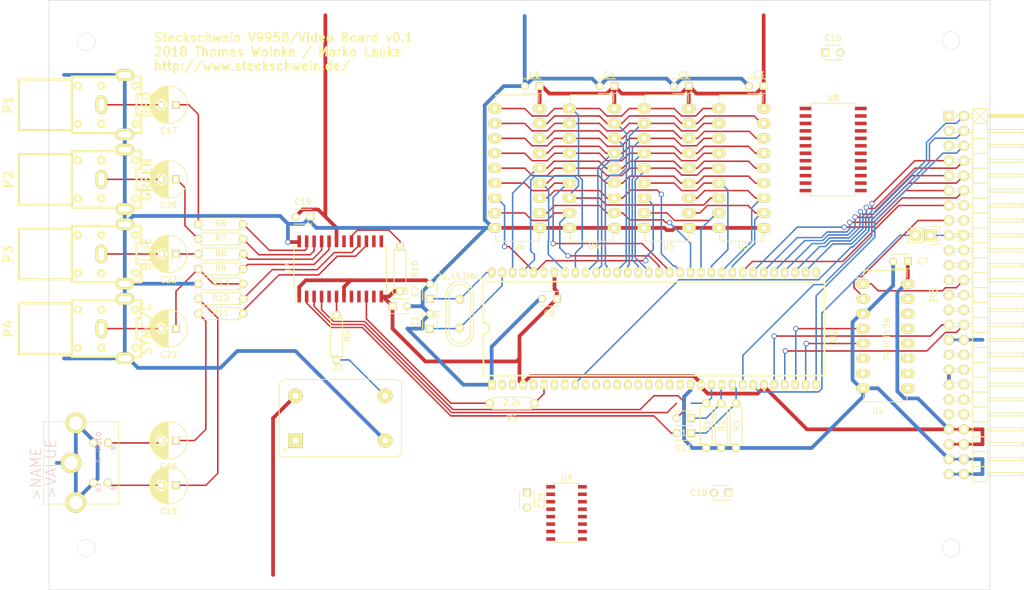
<source format=kicad_pcb>
(kicad_pcb (version 4) (host pcbnew 4.0.2+dfsg1-stable)
  (layers (0 F.Cu signal) (31 B.Cu signal) (36 B.SilkS user) (37 F.SilkS user) (38 B.Mask user) (39 F.Mask user) (44 Edge.Cuts user))
  (net 0 "")
  (net 1 GND)
  (net 2 VCC)
  (net 3 PHI2)
  (net 4 /RESET)
  (net 5 /RW)
  (net 6 /OE)
  (net 7 /CS_UART)
  (net 8 /CS_VIA)
  (net 9 /WE)
  (net 10 /NMI)
  (net 11 /IRQ)
  (net 12 "Net-(P5-Pad5)")
  (net 13 RDY)
  (net 14 "Net-(P5-Pad39)")
  (net 15 "Net-(P5-Pad40)")
  (net 16 "Net-(P5-Pad41)")
  (net 17 "Net-(P5-Pad42)")
  (net 18 "Net-(C1-Pad1)")
  (net 19 "Net-(C2-Pad1)")
  (net 20 "Net-(C12-Pad2)")
  (net 21 "Net-(C16-Pad1)")
  (net 22 "Net-(C18-Pad1)")
  (net 23 "Net-(C20-Pad2)")
  (net 24 "Net-(C20-Pad1)")
  (net 25 "Net-(JP1-Pad2)")
  (net 26 "/50pin connector/D7")
  (net 27 "/50pin connector/D6")
  (net 28 "/50pin connector/D5")
  (net 29 "/50pin connector/D4")
  (net 30 "/50pin connector/D3")
  (net 31 "/50pin connector/D2")
  (net 32 "/50pin connector/D1")
  (net 33 "/50pin connector/D0")
  (net 34 "Net-(P5-Pad14)")
  (net 35 "Net-(P5-Pad16)")
  (net 36 "Net-(P5-Pad18)")
  (net 37 /CS_IO2)
  (net 38 /CS_IO1)
  (net 39 /CS_IO0)
  (net 40 /CS_VDP)
  (net 41 "/50pin connector/A5")
  (net 42 "/50pin connector/A4")
  (net 43 "/50pin connector/A3")
  (net 44 "/50pin connector/A2")
  (net 45 "/50pin connector/A1")
  (net 46 "/50pin connector/A0")
  (net 47 "/50pin connector/RESET_TRIG")
  (net 48 "Net-(U2-Pad33)")
  (net 49 /RD0)
  (net 50 /RD1)
  (net 51 /RD2)
  (net 52 /RD3)
  (net 53 /RD4)
  (net 54 /RD5)
  (net 55 /RD6)
  (net 56 /RD7)
  (net 57 /R/W)
  (net 58 "Net-(U2-Pad59)")
  (net 59 //CAS1)
  (net 60 //CAS0)
  (net 61 //RAS)
  (net 62 "Net-(R4-Pad2)")
  (net 63 "Net-(U7-Pad8)")
  (net 64 "Net-(R5-Pad2)")
  (net 65 "Net-(R12-Pad1)")
  (net 66 "Net-(R11-Pad1)")
  (net 67 "Net-(R10-Pad1)")
  (net 68 "Net-(R9-Pad1)")
  (net 69 "Net-(R8-Pad1)")
  (net 70 "Net-(R7-Pad1)")
  (net 71 "Net-(R6-Pad1)")
  (net 72 "Net-(X1-Pad1)")
  (net 73 "Net-(R4-Pad1)")
  (net 74 /AD0)
  (net 75 /AD1)
  (net 76 /AD2)
  (net 77 /AD3)
  (net 78 /AD4)
  (net 79 /AD5)
  (net 80 /AD6)
  (net 81 /AD7)
  (net 82 "Net-(U1-Pad4)")
  (net 83 "Net-(U1-Pad5)")
  (net 84 "Net-(U1-Pad6)")
  (net 85 "Net-(U1-Pad7)")
  (net 86 /cxa2075m/RGB_B)
  (net 87 "Net-(C11-Pad2)")
  (net 88 /cxa2075m/RGB_G)
  (net 89 "Net-(C14-Pad2)")
  (net 90 /cxa2075m/RGB_R)
  (net 91 /cxa2075m/C_OUT)
  (net 92 "Net-(C17-Pad1)")
  (net 93 "Net-(C17-Pad2)")
  (net 94 /cxa2075m/Y_OUT)
  (net 95 "Net-(C22-Pad2)")
  (net 96 "Net-(C22-Pad1)")
  (net 97 "Net-(C23-Pad2)")
  (net 98 "Net-(C23-Pad1)")
  (net 99 /cxa2075m/CSYNC)
  (net 100 "Net-(U1-Pad9)")
  (net 101 "Net-(U1-Pad10)")
  (net 102 "Net-(U1-Pad11)")
  (net 103 "Net-(U1-Pad12)")
  (net 104 "Net-(U8-Pad9)")
  (net 105 /yac512/SMP1)
  (net 106 /yac512/SMP2)
  (net 107 /yac512/DIN)
  (net 108 "Net-(U8-Pad22)")
  (net 109 /yac512/CLK)
  (net 110 "Net-(U8-Pad24)")
  (net 111 "Net-(U9-Pad6)")
  (net 112 "Net-(U9-Pad9)")
  (net 113 "Net-(U9-Pad10)")
  (net 114 "Net-(U9-Pad11)")
  (net 115 "Net-(U9-Pad12)")
  (net 116 "Net-(U9-Pad13)")
  (net 117 "Net-(U9-Pad14)")
  (net 118 "Net-(U9-Pad15)")
  (net 119 "Net-(U9-Pad16)")
  (module Capacitors_ThroughHole:C_Disc_D3_P2.5 (layer F.Cu) (at 177.8 129.54 180)
    (fp_text reference C10 (at 5.08 0 180) (layer F.SilkS))
    (fp_text value 100n hide)
    (pad 1 thru_hole rect (at 0 0 180) (size 1.3 1.3) (drill 0.8) (layers *.Cu *.Mask F.SilkS) (net 2 VCC))
    (pad 2 thru_hole circle (at 2.5 0 180) (size 1.3 1.3) (drill 0.8001) (layers *.Cu *.Mask F.SilkS) (net 1 GND))
  )
  (module Capacitors_ThroughHole:C_Disc_D3_P2.5 (layer F.Cu) (at 127 96.52 90)
    (fp_text reference C2 (at 1.25 -2.5 90) (layer F.SilkS))
    (fp_text value 22p hide)
    (pad 1 thru_hole rect (at 0 0 90) (size 1.3 1.3) (drill 0.8) (layers *.Cu *.Mask F.SilkS) (net 19 "Net-(C2-Pad1)"))
    (pad 2 thru_hole circle (at 2.5 0 90) (size 1.3 1.3) (drill 0.8001) (layers *.Cu *.Mask F.SilkS) (net 1 GND))
  )
  (module Pin_Headers:Pin_Header_Angled_2x25 (layer F.Cu) (at 216.535 95.885 270)
    (fp_text reference P5 (at 0 3.81 270) (layer F.SilkS) (effects (font (size 1.27 1.27) (thickness 0.2032))))
    (fp_text value CONN_02X25 hide)
    (pad 1 thru_hole rect (at -30.48 1.27 270) (size 1.7272 1.7272) (drill 1.016) (layers *.Cu *.Mask F.SilkS) (net 2 VCC))
    (pad 2 thru_hole oval (at -30.48 -1.27 270) (size 1.7272 1.7272) (drill 1.016) (layers *.Cu *.Mask F.SilkS) (net 4 /RESET))
    (pad 3 thru_hole oval (at -27.94 1.27 270) (size 1.7272 1.7272) (drill 1.016) (layers *.Cu *.Mask F.SilkS) (net 10 /NMI))
    (pad 4 thru_hole oval (at -27.94 -1.27 270) (size 1.7272 1.7272) (drill 1.016) (layers *.Cu *.Mask F.SilkS) (net 11 /IRQ))
    (pad 5 thru_hole oval (at -25.4 1.27 270) (size 1.7272 1.7272) (drill 1.016) (layers *.Cu *.Mask F.SilkS) (net 12 "Net-(P5-Pad5)"))
    (pad 6 thru_hole oval (at -25.4 -1.27 270) (size 1.7272 1.7272) (drill 1.016) (layers *.Cu *.Mask F.SilkS) (net 26 "/50pin connector/D7"))
    (pad 7 thru_hole oval (at -22.86 1.27 270) (size 1.7272 1.7272) (drill 1.016) (layers *.Cu *.Mask F.SilkS) (net 27 "/50pin connector/D6"))
    (pad 8 thru_hole oval (at -22.86 -1.27 270) (size 1.7272 1.7272) (drill 1.016) (layers *.Cu *.Mask F.SilkS) (net 28 "/50pin connector/D5"))
    (pad 9 thru_hole oval (at -20.32 1.27 270) (size 1.7272 1.7272) (drill 1.016) (layers *.Cu *.Mask F.SilkS) (net 29 "/50pin connector/D4"))
    (pad 10 thru_hole oval (at -20.32 -1.27 270) (size 1.7272 1.7272) (drill 1.016) (layers *.Cu *.Mask F.SilkS) (net 30 "/50pin connector/D3"))
    (pad 11 thru_hole oval (at -17.78 1.27 270) (size 1.7272 1.7272) (drill 1.016) (layers *.Cu *.Mask F.SilkS) (net 31 "/50pin connector/D2"))
    (pad 12 thru_hole oval (at -17.78 -1.27 270) (size 1.7272 1.7272) (drill 1.016) (layers *.Cu *.Mask F.SilkS) (net 32 "/50pin connector/D1"))
    (pad 13 thru_hole oval (at -15.24 1.27 270) (size 1.7272 1.7272) (drill 1.016) (layers *.Cu *.Mask F.SilkS) (net 33 "/50pin connector/D0"))
    (pad 14 thru_hole oval (at -15.24 -1.27 270) (size 1.7272 1.7272) (drill 1.016) (layers *.Cu *.Mask F.SilkS) (net 34 "Net-(P5-Pad14)"))
    (pad 15 thru_hole oval (at -12.7 1.27 270) (size 1.7272 1.7272) (drill 1.016) (layers *.Cu *.Mask F.SilkS) (net 5 /RW))
    (pad 16 thru_hole oval (at -12.7 -1.27 270) (size 1.7272 1.7272) (drill 1.016) (layers *.Cu *.Mask F.SilkS) (net 35 "Net-(P5-Pad16)"))
    (pad 17 thru_hole oval (at -10.16 1.27 270) (size 1.7272 1.7272) (drill 1.016) (layers *.Cu *.Mask F.SilkS) (net 13 RDY))
    (pad 18 thru_hole oval (at -10.16 -1.27 270) (size 1.7272 1.7272) (drill 1.016) (layers *.Cu *.Mask F.SilkS) (net 36 "Net-(P5-Pad18)"))
    (pad 19 thru_hole oval (at -7.62 1.27 270) (size 1.7272 1.7272) (drill 1.016) (layers *.Cu *.Mask F.SilkS) (net 37 /CS_IO2))
    (pad 20 thru_hole oval (at -7.62 -1.27 270) (size 1.7272 1.7272) (drill 1.016) (layers *.Cu *.Mask F.SilkS) (net 38 /CS_IO1))
    (pad 21 thru_hole oval (at -5.08 1.27 270) (size 1.7272 1.7272) (drill 1.016) (layers *.Cu *.Mask F.SilkS) (net 39 /CS_IO0))
    (pad 22 thru_hole oval (at -5.08 -1.27 270) (size 1.7272 1.7272) (drill 1.016) (layers *.Cu *.Mask F.SilkS) (net 8 /CS_VIA))
    (pad 23 thru_hole oval (at -2.54 1.27 270) (size 1.7272 1.7272) (drill 1.016) (layers *.Cu *.Mask F.SilkS) (net 7 /CS_UART))
    (pad 24 thru_hole oval (at -2.54 -1.27 270) (size 1.7272 1.7272) (drill 1.016) (layers *.Cu *.Mask F.SilkS) (net 40 /CS_VDP))
    (pad 25 thru_hole oval (at 0 1.27 270) (size 1.7272 1.7272) (drill 1.016) (layers *.Cu *.Mask F.SilkS) (net 41 "/50pin connector/A5"))
    (pad 26 thru_hole oval (at 0 -1.27 270) (size 1.7272 1.7272) (drill 1.016) (layers *.Cu *.Mask F.SilkS) (net 42 "/50pin connector/A4"))
    (pad 27 thru_hole oval (at 2.54 1.27 270) (size 1.7272 1.7272) (drill 1.016) (layers *.Cu *.Mask F.SilkS) (net 43 "/50pin connector/A3"))
    (pad 28 thru_hole oval (at 2.54 -1.27 270) (size 1.7272 1.7272) (drill 1.016) (layers *.Cu *.Mask F.SilkS) (net 44 "/50pin connector/A2"))
    (pad 29 thru_hole oval (at 5.08 1.27 270) (size 1.7272 1.7272) (drill 1.016) (layers *.Cu *.Mask F.SilkS) (net 45 "/50pin connector/A1"))
    (pad 30 thru_hole oval (at 5.08 -1.27 270) (size 1.7272 1.7272) (drill 1.016) (layers *.Cu *.Mask F.SilkS) (net 46 "/50pin connector/A0"))
    (pad 31 thru_hole oval (at 7.62 1.27 270) (size 1.7272 1.7272) (drill 1.016) (layers *.Cu *.Mask F.SilkS) (net 1 GND))
    (pad 32 thru_hole oval (at 7.62 -1.27 270) (size 1.7272 1.7272) (drill 1.016) (layers *.Cu *.Mask F.SilkS) (net 1 GND))
    (pad 33 thru_hole oval (at 10.16 1.27 270) (size 1.7272 1.7272) (drill 1.016) (layers *.Cu *.Mask F.SilkS) (net 6 /OE))
    (pad 34 thru_hole oval (at 10.16 -1.27 270) (size 1.7272 1.7272) (drill 1.016) (layers *.Cu *.Mask F.SilkS) (net 9 /WE))
    (pad 35 thru_hole oval (at 12.7 1.27 270) (size 1.7272 1.7272) (drill 1.016) (layers *.Cu *.Mask F.SilkS) (net 1 GND))
    (pad 36 thru_hole oval (at 12.7 -1.27 270) (size 1.7272 1.7272) (drill 1.016) (layers *.Cu *.Mask F.SilkS) (net 3 PHI2))
    (pad 37 thru_hole oval (at 15.24 1.27 270) (size 1.7272 1.7272) (drill 1.016) (layers *.Cu *.Mask F.SilkS) (net 1 GND))
    (pad 38 thru_hole oval (at 15.24 -1.27 270) (size 1.7272 1.7272) (drill 1.016) (layers *.Cu *.Mask F.SilkS) (net 47 "/50pin connector/RESET_TRIG"))
    (pad 39 thru_hole oval (at 17.78 1.27 270) (size 1.7272 1.7272) (drill 1.016) (layers *.Cu *.Mask F.SilkS) (net 14 "Net-(P5-Pad39)"))
    (pad 40 thru_hole oval (at 17.78 -1.27 270) (size 1.7272 1.7272) (drill 1.016) (layers *.Cu *.Mask F.SilkS) (net 15 "Net-(P5-Pad40)"))
    (pad 41 thru_hole oval (at 20.32 1.27 270) (size 1.7272 1.7272) (drill 1.016) (layers *.Cu *.Mask F.SilkS) (net 16 "Net-(P5-Pad41)"))
    (pad 42 thru_hole oval (at 20.32 -1.27 270) (size 1.7272 1.7272) (drill 1.016) (layers *.Cu *.Mask F.SilkS) (net 17 "Net-(P5-Pad42)"))
    (pad 43 thru_hole oval (at 22.86 1.27 270) (size 1.7272 1.7272) (drill 1.016) (layers *.Cu *.Mask F.SilkS) (net 2 VCC))
    (pad 44 thru_hole oval (at 22.86 -1.27 270) (size 1.7272 1.7272) (drill 1.016) (layers *.Cu *.Mask F.SilkS) (net 2 VCC))
    (pad 45 thru_hole oval (at 25.4 1.27 270) (size 1.7272 1.7272) (drill 1.016) (layers *.Cu *.Mask F.SilkS) (net 2 VCC))
    (pad 46 thru_hole oval (at 25.4 -1.27 270) (size 1.7272 1.7272) (drill 1.016) (layers *.Cu *.Mask F.SilkS) (net 2 VCC))
    (pad 47 thru_hole oval (at 27.94 1.27 270) (size 1.7272 1.7272) (drill 1.016) (layers *.Cu *.Mask F.SilkS) (net 1 GND))
    (pad 48 thru_hole oval (at 27.94 -1.27 270) (size 1.7272 1.7272) (drill 1.016) (layers *.Cu *.Mask F.SilkS) (net 1 GND))
    (pad 49 thru_hole oval (at 30.48 1.27 270) (size 1.7272 1.7272) (drill 1.016) (layers *.Cu *.Mask F.SilkS) (net 1 GND))
    (pad 50 thru_hole oval (at 30.48 -1.27 270) (size 1.7272 1.7272) (drill 1.016) (layers *.Cu *.Mask F.SilkS) (net 1 GND))
  )
  (module Mounting_Holes:MountingHole_3mm (layer F.Cu) (at 68.58 52.832)
    (fp_text reference MH1 hide)
    (fp_text value MountingHole_3mm_RevA_Date21Jun2010 hide)
    (pad 1 thru_hole circle (at 0 0) (size 2.99974 2.99974) (drill 2.99974) (layers))
  )
  (module Mounting_Holes:MountingHole_3mm (layer F.Cu) (at 215.646 52.578)
    (fp_text reference MH2 hide)
    (fp_text value MountingHole_3mm_RevA_Date21Jun2010 hide)
    (pad 1 thru_hole circle (at 0 0) (size 2.99974 2.99974) (drill 2.99974) (layers))
  )
  (module Mounting_Holes:MountingHole_3mm (layer F.Cu) (at 68.58 138.938)
    (fp_text reference MH4 hide)
    (fp_text value MountingHole_3mm_RevA_Date21Jun2010 hide)
    (pad 1 thru_hole circle (at 0 0) (size 2.99974 2.99974) (drill 2.99974) (layers))
  )
  (module Mounting_Holes:MountingHole_3mm (layer F.Cu) (at 215.646 138.938)
    (fp_text reference MH3 hide)
    (fp_text value MountingHole_3mm_RevA_Date21Jun2010 hide)
    (pad 1 thru_hole circle (at 0 0) (size 2.99974 2.99974) (drill 2.99974) (layers))
  )
  (module Capacitors_ThroughHole:C_Disc_D3_P2.5 (layer F.Cu) (at 127 101.6 90)
    (fp_text reference C1 (at 1.25 -2.5 90) (layer F.SilkS))
    (fp_text value 22p hide)
    (pad 1 thru_hole rect (at 0 0 90) (size 1.3 1.3) (drill 0.8) (layers *.Cu *.Mask F.SilkS) (net 18 "Net-(C1-Pad1)"))
    (pad 2 thru_hole circle (at 2.5 0 90) (size 1.3 1.3) (drill 0.8001) (layers *.Cu *.Mask F.SilkS) (net 1 GND))
  )
  (module Capacitors_ThroughHole:C_Disc_D3_P2.5 (layer F.Cu) (at 183.769 60.325 180)
    (fp_text reference C3 (at 0.889 1.905 180) (layer F.SilkS))
    (fp_text value 100n hide)
    (pad 1 thru_hole rect (at 0 0 180) (size 1.3 1.3) (drill 0.8) (layers *.Cu *.Mask F.SilkS) (net 2 VCC))
    (pad 2 thru_hole circle (at 2.5 0 180) (size 1.3 1.3) (drill 0.8001) (layers *.Cu *.Mask F.SilkS) (net 1 GND))
  )
  (module Capacitors_ThroughHole:C_Disc_D3_P2.5 (layer F.Cu) (at 158.369 60.325 180)
    (fp_text reference C4 (at 0.889 1.905 180) (layer F.SilkS))
    (fp_text value 100n hide)
    (pad 1 thru_hole rect (at 0 0 180) (size 1.3 1.3) (drill 0.8) (layers *.Cu *.Mask F.SilkS) (net 2 VCC))
    (pad 2 thru_hole circle (at 2.5 0 180) (size 1.3 1.3) (drill 0.8001) (layers *.Cu *.Mask F.SilkS) (net 1 GND))
  )
  (module Capacitors_ThroughHole:C_Disc_D3_P2.5 (layer F.Cu) (at 171.029 60.325 180)
    (fp_text reference C5 (at 0.849 1.905 180) (layer F.SilkS))
    (fp_text value 100n hide)
    (pad 1 thru_hole rect (at 0 0 180) (size 1.3 1.3) (drill 0.8) (layers *.Cu *.Mask F.SilkS) (net 2 VCC))
    (pad 2 thru_hole circle (at 2.5 0 180) (size 1.3 1.3) (drill 0.8001) (layers *.Cu *.Mask F.SilkS) (net 1 GND))
  )
  (module Capacitors_ThroughHole:C_Disc_D3_P2.5 (layer F.Cu) (at 145.669 60.325 180)
    (fp_text reference C6 (at 0.889 1.905 180) (layer F.SilkS))
    (fp_text value 100n hide)
    (pad 1 thru_hole rect (at 0 0 180) (size 1.3 1.3) (drill 0.8) (layers *.Cu *.Mask F.SilkS) (net 2 VCC))
    (pad 2 thru_hole circle (at 2.5 0 180) (size 1.3 1.3) (drill 0.8001) (layers *.Cu *.Mask F.SilkS) (net 1 GND))
  )
  (module Capacitors_ThroughHole:C_Disc_D3_P2.5 (layer F.Cu) (at 208.28 90.17 180)
    (fp_text reference C7 (at -2.54 0 180) (layer F.SilkS))
    (fp_text value 100n hide)
    (pad 1 thru_hole rect (at 0 0 180) (size 1.3 1.3) (drill 0.8) (layers *.Cu *.Mask F.SilkS) (net 2 VCC))
    (pad 2 thru_hole circle (at 2.5 0 180) (size 1.3 1.3) (drill 0.8001) (layers *.Cu *.Mask F.SilkS) (net 1 GND))
  )
  (module Capacitors_ThroughHole:C_Disc_D3_P2.5 (layer F.Cu) (at 148.59 96.52 180)
    (fp_text reference C8 (at 1.25 -2.5 180) (layer F.SilkS))
    (fp_text value 100n hide)
    (pad 1 thru_hole rect (at 0 0 180) (size 1.3 1.3) (drill 0.8) (layers *.Cu *.Mask F.SilkS) (net 2 VCC))
    (pad 2 thru_hole circle (at 2.5 0 180) (size 1.3 1.3) (drill 0.8001) (layers *.Cu *.Mask F.SilkS) (net 1 GND))
  )
  (module Capacitors_ThroughHole:C_Disc_D3_P2.5 (layer F.Cu) (at 120.65 97.79)
    (fp_text reference C13 (at 1.25 -2.5) (layer F.SilkS))
    (fp_text value 47µF hide)
    (pad 1 thru_hole rect (at 0 0) (size 1.3 1.3) (drill 0.8) (layers *.Cu *.Mask F.SilkS) (net 2 VCC))
    (pad 2 thru_hole circle (at 2.5 0) (size 1.3 1.3) (drill 0.8001) (layers *.Cu *.Mask F.SilkS) (net 1 GND))
  )
  (module Capacitors_ThroughHole:C_Disc_D3_P2.5 (layer F.Cu) (at 106.68 82.55 180)
    (fp_text reference C19 (at 1.27 2.54 180) (layer F.SilkS))
    (fp_text value 47µF hide)
    (pad 1 thru_hole rect (at 0 0 180) (size 1.3 1.3) (drill 0.8) (layers *.Cu *.Mask F.SilkS) (net 2 VCC))
    (pad 2 thru_hole circle (at 2.5 0 180) (size 1.3 1.3) (drill 0.8001) (layers *.Cu *.Mask F.SilkS) (net 1 GND))
  )
  (module Pin_Headers:Pin_Header_Straight_1x02 (layer F.Cu) (at 212.09 85.725 270)
    (fp_text reference JP1 (at 0 -5.1 270) (layer F.SilkS))
    (fp_text value JUMPER)
    (pad 1 thru_hole rect (at 0 0 270) (size 2.032 2.032) (drill 1.016) (layers *.Cu *.Mask F.SilkS) (net 13 RDY))
    (pad 2 thru_hole oval (at 0 2.54 270) (size 2.032 2.032) (drill 1.016) (layers *.Cu *.Mask F.SilkS) (net 25 "Net-(JP1-Pad2)"))
  )
  (module w_conn_av:rca_black (layer F.Cu) (at 71.12 63.5 270)
    (fp_text reference P1 (at 0 15.7988 270) (layer F.SilkS) (effects (font (thickness 0.3048))))
    (fp_text value RED (at 0 -7.69874 270) (layer F.SilkS) (effects (font (thickness 0.3048))))
    (pad 2 thru_hole oval (at 5.0546 -3.99796 270) (size 1.99898 3.19786) (drill oval 0.99568 2.1971) (layers *.Cu *.Mask F.SilkS) (net 1 GND))
    (pad 1 thru_hole oval (at 0 0 270) (size 3.19786 1.99898) (drill oval 2.1971 0.99568) (layers *.Cu *.Mask F.SilkS) (net 93 "Net-(C17-Pad2)"))
    (pad 2 thru_hole oval (at -5.0546 -3.99796 270) (size 1.99898 3.19786) (drill oval 0.99568 2.1971) (layers *.Cu *.Mask F.SilkS) (net 1 GND))
  )
  (module w_conn_av:rca_black (layer F.Cu) (at 71.12 76.2 270)
    (fp_text reference P2 (at 0 15.7988 270) (layer F.SilkS) (effects (font (thickness 0.3048))))
    (fp_text value GREEN (at 0 -7.69874 270) (layer F.SilkS) (effects (font (thickness 0.3048))))
    (pad 2 thru_hole oval (at 5.0546 -3.99796 270) (size 1.99898 3.19786) (drill oval 0.99568 2.1971) (layers *.Cu *.Mask F.SilkS) (net 1 GND))
    (pad 1 thru_hole oval (at 0 0 270) (size 3.19786 1.99898) (drill oval 2.1971 0.99568) (layers *.Cu *.Mask F.SilkS) (net 23 "Net-(C20-Pad2)"))
    (pad 2 thru_hole oval (at -5.0546 -3.99796 270) (size 1.99898 3.19786) (drill oval 0.99568 2.1971) (layers *.Cu *.Mask F.SilkS) (net 1 GND))
  )
  (module w_conn_av:rca_black (layer F.Cu) (at 71.12 88.9 270)
    (fp_text reference P3 (at 0 15.7988 270) (layer F.SilkS) (effects (font (thickness 0.3048))))
    (fp_text value BLUE (at 0 -7.69874 270) (layer F.SilkS) (effects (font (thickness 0.3048))))
    (pad 2 thru_hole oval (at 5.0546 -3.99796 270) (size 1.99898 3.19786) (drill oval 0.99568 2.1971) (layers *.Cu *.Mask F.SilkS) (net 1 GND))
    (pad 1 thru_hole oval (at 0 0 270) (size 3.19786 1.99898) (drill oval 2.1971 0.99568) (layers *.Cu *.Mask F.SilkS) (net 95 "Net-(C22-Pad2)"))
    (pad 2 thru_hole oval (at -5.0546 -3.99796 270) (size 1.99898 3.19786) (drill oval 0.99568 2.1971) (layers *.Cu *.Mask F.SilkS) (net 1 GND))
  )
  (module w_conn_av:rca_black (layer F.Cu) (at 71.12 101.6 270)
    (fp_text reference P4 (at 0 15.7988 270) (layer F.SilkS) (effects (font (thickness 0.3048))))
    (fp_text value SYNC/C (at 0 -7.69874 270) (layer F.SilkS) (effects (font (thickness 0.3048))))
    (pad 2 thru_hole oval (at 5.0546 -3.99796 270) (size 1.99898 3.19786) (drill oval 0.99568 2.1971) (layers *.Cu *.Mask F.SilkS) (net 1 GND))
    (pad 1 thru_hole oval (at 0 0 270) (size 3.19786 1.99898) (drill oval 2.1971 0.99568) (layers *.Cu *.Mask F.SilkS) (net 97 "Net-(C23-Pad2)"))
    (pad 2 thru_hole oval (at -5.0546 -3.99796 270) (size 1.99898 3.19786) (drill oval 0.99568 2.1971) (layers *.Cu *.Mask F.SilkS) (net 1 GND))
  )
  (module SDIP:SDIP64 (layer F.Cu) (at 165.1 101.6)
    (fp_text reference U2 (at 30.48 1.27 90) (layer F.SilkS) (effects (font (size 1.2 1.2) (thickness 0.3))))
    (fp_text value V9958 hide)
    (pad 1 thru_hole rect (at -27.59 9.5504) (size 1.2 1.7) (drill 0.7) (layers *.Cu *.Mask F.SilkS) (net 1 GND))
    (pad 2 thru_hole oval (at -25.81 9.5504) (size 1.2 1.7) (drill 0.7) (layers *.Cu *.Mask F.SilkS))
    (pad 3 thru_hole oval (at -24.03 9.5504) (size 1.2 1.7) (drill 0.7) (layers *.Cu *.Mask F.SilkS))
    (pad 4 thru_hole oval (at -22.25 9.5504) (size 1.2 1.7) (drill 0.7) (layers *.Cu *.Mask F.SilkS) (net 2 VCC))
    (pad 5 thru_hole oval (at -20.47 9.5504) (size 1.2 1.7) (drill 0.7) (layers *.Cu *.Mask F.SilkS))
    (pad 6 thru_hole oval (at -18.69 9.5504) (size 1.2 1.7) (drill 0.7) (layers *.Cu *.Mask F.SilkS) (net 99 /cxa2075m/CSYNC))
    (pad 7 thru_hole oval (at -16.91 9.5504) (size 1.2 1.7) (drill 0.7) (layers *.Cu *.Mask F.SilkS))
    (pad 8 thru_hole oval (at -15.13 9.5504) (size 1.2 1.7) (drill 0.7) (layers *.Cu *.Mask F.SilkS))
    (pad 9 thru_hole oval (at -13.35 9.5504) (size 1.2 1.7) (drill 0.7) (layers *.Cu *.Mask F.SilkS) (net 4 /RESET))
    (pad 10 thru_hole oval (at -11.57 9.5504) (size 1.2 1.7) (drill 0.7) (layers *.Cu *.Mask F.SilkS))
    (pad 11 thru_hole oval (at -9.79 9.5504) (size 1.2 1.7) (drill 0.7) (layers *.Cu *.Mask F.SilkS))
    (pad 12 thru_hole oval (at -8.01 9.5504) (size 1.2 1.7) (drill 0.7) (layers *.Cu *.Mask F.SilkS))
    (pad 13 thru_hole oval (at -6.23 9.5504) (size 1.2 1.7) (drill 0.7) (layers *.Cu *.Mask F.SilkS))
    (pad 14 thru_hole oval (at -4.45 9.5504) (size 1.2 1.7) (drill 0.7) (layers *.Cu *.Mask F.SilkS))
    (pad 15 thru_hole oval (at -2.67 9.5504) (size 1.2 1.7) (drill 0.7) (layers *.Cu *.Mask F.SilkS))
    (pad 16 thru_hole oval (at -0.89 9.5504) (size 1.2 1.7) (drill 0.7) (layers *.Cu *.Mask F.SilkS))
    (pad 17 thru_hole oval (at 0.89 9.5504) (size 1.2 1.7) (drill 0.7) (layers *.Cu *.Mask F.SilkS))
    (pad 18 thru_hole oval (at 2.67 9.5504) (size 1.2 1.7) (drill 0.7) (layers *.Cu *.Mask F.SilkS))
    (pad 19 thru_hole oval (at 4.45 9.5504) (size 1.2 1.7) (drill 0.7) (layers *.Cu *.Mask F.SilkS))
    (pad 20 thru_hole oval (at 6.23 9.5504) (size 1.2 1.7) (drill 0.7) (layers *.Cu *.Mask F.SilkS) (net 1 GND))
    (pad 21 thru_hole oval (at 8.01 9.5504) (size 1.2 1.7) (drill 0.7) (layers *.Cu *.Mask F.SilkS) (net 2 VCC))
    (pad 22 thru_hole oval (at 9.79 9.5504) (size 1.2 1.7) (drill 0.7) (layers *.Cu *.Mask F.SilkS) (net 88 /cxa2075m/RGB_G))
    (pad 23 thru_hole oval (at 11.57 9.5504) (size 1.2 1.7) (drill 0.7) (layers *.Cu *.Mask F.SilkS) (net 90 /cxa2075m/RGB_R))
    (pad 24 thru_hole oval (at 13.35 9.5504) (size 1.2 1.7) (drill 0.7) (layers *.Cu *.Mask F.SilkS) (net 86 /cxa2075m/RGB_B))
    (pad 25 thru_hole oval (at 15.13 9.5504) (size 1.2 1.7) (drill 0.7) (layers *.Cu *.Mask F.SilkS) (net 11 /IRQ))
    (pad 26 thru_hole oval (at 16.91 9.5504) (size 1.2 1.7) (drill 0.7) (layers *.Cu *.Mask F.SilkS) (net 25 "Net-(JP1-Pad2)"))
    (pad 27 thru_hole oval (at 18.69 9.5504) (size 1.2 1.7) (drill 0.7) (layers *.Cu *.Mask F.SilkS) (net 2 VCC))
    (pad 28 thru_hole oval (at 20.47 9.5504) (size 1.2 1.7) (drill 0.7) (layers *.Cu *.Mask F.SilkS) (net 45 "/50pin connector/A1"))
    (pad 29 thru_hole oval (at 22.25 9.5504) (size 1.2 1.7) (drill 0.7) (layers *.Cu *.Mask F.SilkS) (net 46 "/50pin connector/A0"))
    (pad 30 thru_hole oval (at 24.03 9.5504) (size 1.2 1.7) (drill 0.7) (layers *.Cu *.Mask F.SilkS) (net 82 "Net-(U1-Pad4)"))
    (pad 31 thru_hole oval (at 25.81 9.5504) (size 1.2 1.7) (drill 0.7) (layers *.Cu *.Mask F.SilkS) (net 83 "Net-(U1-Pad5)"))
    (pad 32 thru_hole oval (at 27.59 9.5504) (size 1.2 1.7) (drill 0.7) (layers *.Cu *.Mask F.SilkS) (net 26 "/50pin connector/D7"))
    (pad 33 thru_hole oval (at 27.59 -9.5504) (size 1.2 1.7) (drill 0.7) (layers *.Cu *.Mask F.SilkS) (net 48 "Net-(U2-Pad33)"))
    (pad 34 thru_hole oval (at 25.81 -9.5504) (size 1.2 1.7) (drill 0.7) (layers *.Cu *.Mask F.SilkS) (net 27 "/50pin connector/D6"))
    (pad 35 thru_hole oval (at 24.03 -9.5504) (size 1.2 1.7) (drill 0.7) (layers *.Cu *.Mask F.SilkS) (net 28 "/50pin connector/D5"))
    (pad 36 thru_hole oval (at 22.25 -9.5504) (size 1.2 1.7) (drill 0.7) (layers *.Cu *.Mask F.SilkS) (net 29 "/50pin connector/D4"))
    (pad 37 thru_hole oval (at 20.47 -9.5504) (size 1.2 1.7) (drill 0.7) (layers *.Cu *.Mask F.SilkS) (net 30 "/50pin connector/D3"))
    (pad 38 thru_hole oval (at 18.69 -9.5504) (size 1.2 1.7) (drill 0.7) (layers *.Cu *.Mask F.SilkS) (net 31 "/50pin connector/D2"))
    (pad 39 thru_hole oval (at 16.91 -9.5504) (size 1.2 1.7) (drill 0.7) (layers *.Cu *.Mask F.SilkS) (net 32 "/50pin connector/D1"))
    (pad 40 thru_hole oval (at 15.13 -9.5504) (size 1.2 1.7) (drill 0.7) (layers *.Cu *.Mask F.SilkS) (net 33 "/50pin connector/D0"))
    (pad 41 thru_hole oval (at 13.35 -9.5504) (size 1.2 1.7) (drill 0.7) (layers *.Cu *.Mask F.SilkS) (net 49 /RD0))
    (pad 42 thru_hole oval (at 11.57 -9.5504) (size 1.2 1.7) (drill 0.7) (layers *.Cu *.Mask F.SilkS) (net 50 /RD1))
    (pad 43 thru_hole oval (at 9.79 -9.5504) (size 1.2 1.7) (drill 0.7) (layers *.Cu *.Mask F.SilkS) (net 51 /RD2))
    (pad 44 thru_hole oval (at 8.01 -9.5504) (size 1.2 1.7) (drill 0.7) (layers *.Cu *.Mask F.SilkS) (net 52 /RD3))
    (pad 45 thru_hole oval (at 6.23 -9.5504) (size 1.2 1.7) (drill 0.7) (layers *.Cu *.Mask F.SilkS) (net 53 /RD4))
    (pad 46 thru_hole oval (at 4.45 -9.5504) (size 1.2 1.7) (drill 0.7) (layers *.Cu *.Mask F.SilkS) (net 54 /RD5))
    (pad 47 thru_hole oval (at 2.67 -9.5504) (size 1.2 1.7) (drill 0.7) (layers *.Cu *.Mask F.SilkS) (net 55 /RD6))
    (pad 48 thru_hole oval (at 0.89 -9.5504) (size 1.2 1.7) (drill 0.7) (layers *.Cu *.Mask F.SilkS) (net 56 /RD7))
    (pad 49 thru_hole oval (at -0.89 -9.5504) (size 1.2 1.7) (drill 0.7) (layers *.Cu *.Mask F.SilkS) (net 74 /AD0))
    (pad 50 thru_hole oval (at -2.67 -9.5504) (size 1.2 1.7) (drill 0.7) (layers *.Cu *.Mask F.SilkS) (net 75 /AD1))
    (pad 51 thru_hole oval (at -4.45 -9.5504) (size 1.2 1.7) (drill 0.7) (layers *.Cu *.Mask F.SilkS) (net 76 /AD2))
    (pad 52 thru_hole oval (at -6.23 -9.5504) (size 1.2 1.7) (drill 0.7) (layers *.Cu *.Mask F.SilkS) (net 77 /AD3))
    (pad 53 thru_hole oval (at -8.01 -9.5504) (size 1.2 1.7) (drill 0.7) (layers *.Cu *.Mask F.SilkS) (net 78 /AD4))
    (pad 54 thru_hole oval (at -9.79 -9.5504) (size 1.2 1.7) (drill 0.7) (layers *.Cu *.Mask F.SilkS) (net 79 /AD5))
    (pad 55 thru_hole oval (at -11.57 -9.5504) (size 1.2 1.7) (drill 0.7) (layers *.Cu *.Mask F.SilkS) (net 80 /AD6))
    (pad 56 thru_hole oval (at -13.35 -9.5504) (size 1.2 1.7) (drill 0.7) (layers *.Cu *.Mask F.SilkS) (net 81 /AD7))
    (pad 57 thru_hole oval (at -15.13 -9.5504) (size 1.2 1.7) (drill 0.7) (layers *.Cu *.Mask F.SilkS) (net 57 /R/W))
    (pad 58 thru_hole oval (at -16.91 -9.5504) (size 1.2 1.7) (drill 0.7) (layers *.Cu *.Mask F.SilkS) (net 2 VCC))
    (pad 59 thru_hole oval (at -18.69 -9.5504) (size 1.2 1.7) (drill 0.7) (layers *.Cu *.Mask F.SilkS) (net 58 "Net-(U2-Pad59)"))
    (pad 60 thru_hole oval (at -20.47 -9.5504) (size 1.2 1.7) (drill 0.7) (layers *.Cu *.Mask F.SilkS) (net 59 //CAS1))
    (pad 61 thru_hole oval (at -22.25 -9.5504) (size 1.2 1.7) (drill 0.7) (layers *.Cu *.Mask F.SilkS) (net 60 //CAS0))
    (pad 62 thru_hole oval (at -24.03 -9.5504) (size 1.2 1.7) (drill 0.7) (layers *.Cu *.Mask F.SilkS) (net 61 //RAS))
    (pad 63 thru_hole oval (at -25.81 -9.5504) (size 1.2 1.7) (drill 0.7) (layers *.Cu *.Mask F.SilkS) (net 18 "Net-(C1-Pad1)"))
    (pad 64 thru_hole oval (at -27.59 -9.5504) (size 1.2 1.7) (drill 0.7) (layers *.Cu *.Mask F.SilkS) (net 19 "Net-(C2-Pad1)"))
  )
  (module Housings_DIP:DIP-18_W7.62mm_LongPads (layer F.Cu) (at 183.769 84.455 180)
    (fp_text reference U3 (at 3.429 -3.175 180) (layer F.SilkS))
    (fp_text value DRAM_64KX4)
    (pad 1 thru_hole oval (at 0 0 180) (size 2.3 1.6) (drill 0.8) (layers *.Cu *.Mask F.SilkS) (net 1 GND))
    (pad 2 thru_hole oval (at 0 2.54 180) (size 2.3 1.6) (drill 0.8) (layers *.Cu *.Mask F.SilkS) (net 49 /RD0))
    (pad 3 thru_hole oval (at 0 5.08 180) (size 2.3 1.6) (drill 0.8) (layers *.Cu *.Mask F.SilkS) (net 50 /RD1))
    (pad 4 thru_hole oval (at 0 7.62 180) (size 2.3 1.6) (drill 0.8) (layers *.Cu *.Mask F.SilkS) (net 57 /R/W))
    (pad 5 thru_hole oval (at 0 10.16 180) (size 2.3 1.6) (drill 0.8) (layers *.Cu *.Mask F.SilkS) (net 61 //RAS))
    (pad 6 thru_hole oval (at 0 12.7 180) (size 2.3 1.6) (drill 0.8) (layers *.Cu *.Mask F.SilkS) (net 80 /AD6))
    (pad 7 thru_hole oval (at 0 15.24 180) (size 2.3 1.6) (drill 0.8) (layers *.Cu *.Mask F.SilkS) (net 79 /AD5))
    (pad 8 thru_hole oval (at 0 17.78 180) (size 2.3 1.6) (drill 0.8) (layers *.Cu *.Mask F.SilkS) (net 78 /AD4))
    (pad 9 thru_hole oval (at 0 20.32 180) (size 2.3 1.6) (drill 0.8) (layers *.Cu *.Mask F.SilkS) (net 2 VCC))
    (pad 10 thru_hole oval (at 7.62 20.32 180) (size 2.3 1.6) (drill 0.8) (layers *.Cu *.Mask F.SilkS) (net 81 /AD7))
    (pad 11 thru_hole oval (at 7.62 17.78 180) (size 2.3 1.6) (drill 0.8) (layers *.Cu *.Mask F.SilkS) (net 77 /AD3))
    (pad 12 thru_hole oval (at 7.62 15.24 180) (size 2.3 1.6) (drill 0.8) (layers *.Cu *.Mask F.SilkS) (net 76 /AD2))
    (pad 13 thru_hole oval (at 7.62 12.7 180) (size 2.3 1.6) (drill 0.8) (layers *.Cu *.Mask F.SilkS) (net 75 /AD1))
    (pad 14 thru_hole oval (at 7.62 10.16 180) (size 2.3 1.6) (drill 0.8) (layers *.Cu *.Mask F.SilkS) (net 74 /AD0))
    (pad 15 thru_hole oval (at 7.62 7.62 180) (size 2.3 1.6) (drill 0.8) (layers *.Cu *.Mask F.SilkS) (net 51 /RD2))
    (pad 16 thru_hole oval (at 7.62 5.08 180) (size 2.3 1.6) (drill 0.8) (layers *.Cu *.Mask F.SilkS) (net 60 //CAS0))
    (pad 17 thru_hole oval (at 7.62 2.54 180) (size 2.3 1.6) (drill 0.8) (layers *.Cu *.Mask F.SilkS) (net 52 /RD3))
    (pad 18 thru_hole oval (at 7.62 0 180) (size 2.3 1.6) (drill 0.8) (layers *.Cu *.Mask F.SilkS) (net 1 GND))
  )
  (module Housings_DIP:DIP-18_W7.62mm_LongPads (layer F.Cu) (at 158.369 84.455 180)
    (fp_text reference U4 (at 3.429 -3.175 180) (layer F.SilkS))
    (fp_text value DRAM_64KX4)
    (pad 1 thru_hole oval (at 0 0 180) (size 2.3 1.6) (drill 0.8) (layers *.Cu *.Mask F.SilkS) (net 1 GND))
    (pad 2 thru_hole oval (at 0 2.54 180) (size 2.3 1.6) (drill 0.8) (layers *.Cu *.Mask F.SilkS) (net 53 /RD4))
    (pad 3 thru_hole oval (at 0 5.08 180) (size 2.3 1.6) (drill 0.8) (layers *.Cu *.Mask F.SilkS) (net 54 /RD5))
    (pad 4 thru_hole oval (at 0 7.62 180) (size 2.3 1.6) (drill 0.8) (layers *.Cu *.Mask F.SilkS) (net 57 /R/W))
    (pad 5 thru_hole oval (at 0 10.16 180) (size 2.3 1.6) (drill 0.8) (layers *.Cu *.Mask F.SilkS) (net 61 //RAS))
    (pad 6 thru_hole oval (at 0 12.7 180) (size 2.3 1.6) (drill 0.8) (layers *.Cu *.Mask F.SilkS) (net 80 /AD6))
    (pad 7 thru_hole oval (at 0 15.24 180) (size 2.3 1.6) (drill 0.8) (layers *.Cu *.Mask F.SilkS) (net 79 /AD5))
    (pad 8 thru_hole oval (at 0 17.78 180) (size 2.3 1.6) (drill 0.8) (layers *.Cu *.Mask F.SilkS) (net 78 /AD4))
    (pad 9 thru_hole oval (at 0 20.32 180) (size 2.3 1.6) (drill 0.8) (layers *.Cu *.Mask F.SilkS) (net 2 VCC))
    (pad 10 thru_hole oval (at 7.62 20.32 180) (size 2.3 1.6) (drill 0.8) (layers *.Cu *.Mask F.SilkS) (net 81 /AD7))
    (pad 11 thru_hole oval (at 7.62 17.78 180) (size 2.3 1.6) (drill 0.8) (layers *.Cu *.Mask F.SilkS) (net 77 /AD3))
    (pad 12 thru_hole oval (at 7.62 15.24 180) (size 2.3 1.6) (drill 0.8) (layers *.Cu *.Mask F.SilkS) (net 76 /AD2))
    (pad 13 thru_hole oval (at 7.62 12.7 180) (size 2.3 1.6) (drill 0.8) (layers *.Cu *.Mask F.SilkS) (net 75 /AD1))
    (pad 14 thru_hole oval (at 7.62 10.16 180) (size 2.3 1.6) (drill 0.8) (layers *.Cu *.Mask F.SilkS) (net 74 /AD0))
    (pad 15 thru_hole oval (at 7.62 7.62 180) (size 2.3 1.6) (drill 0.8) (layers *.Cu *.Mask F.SilkS) (net 55 /RD6))
    (pad 16 thru_hole oval (at 7.62 5.08 180) (size 2.3 1.6) (drill 0.8) (layers *.Cu *.Mask F.SilkS) (net 60 //CAS0))
    (pad 17 thru_hole oval (at 7.62 2.54 180) (size 2.3 1.6) (drill 0.8) (layers *.Cu *.Mask F.SilkS) (net 56 /RD7))
    (pad 18 thru_hole oval (at 7.62 0 180) (size 2.3 1.6) (drill 0.8) (layers *.Cu *.Mask F.SilkS) (net 1 GND))
  )
  (module Housings_DIP:DIP-18_W7.62mm_LongPads (layer F.Cu) (at 171.069 84.455 180)
    (fp_text reference U5 (at 3.429 -3.175 180) (layer F.SilkS))
    (fp_text value DRAM_64KX4)
    (pad 1 thru_hole oval (at 0 0 180) (size 2.3 1.6) (drill 0.8) (layers *.Cu *.Mask F.SilkS) (net 1 GND))
    (pad 2 thru_hole oval (at 0 2.54 180) (size 2.3 1.6) (drill 0.8) (layers *.Cu *.Mask F.SilkS) (net 49 /RD0))
    (pad 3 thru_hole oval (at 0 5.08 180) (size 2.3 1.6) (drill 0.8) (layers *.Cu *.Mask F.SilkS) (net 50 /RD1))
    (pad 4 thru_hole oval (at 0 7.62 180) (size 2.3 1.6) (drill 0.8) (layers *.Cu *.Mask F.SilkS) (net 57 /R/W))
    (pad 5 thru_hole oval (at 0 10.16 180) (size 2.3 1.6) (drill 0.8) (layers *.Cu *.Mask F.SilkS) (net 61 //RAS))
    (pad 6 thru_hole oval (at 0 12.7 180) (size 2.3 1.6) (drill 0.8) (layers *.Cu *.Mask F.SilkS) (net 80 /AD6))
    (pad 7 thru_hole oval (at 0 15.24 180) (size 2.3 1.6) (drill 0.8) (layers *.Cu *.Mask F.SilkS) (net 79 /AD5))
    (pad 8 thru_hole oval (at 0 17.78 180) (size 2.3 1.6) (drill 0.8) (layers *.Cu *.Mask F.SilkS) (net 78 /AD4))
    (pad 9 thru_hole oval (at 0 20.32 180) (size 2.3 1.6) (drill 0.8) (layers *.Cu *.Mask F.SilkS) (net 2 VCC))
    (pad 10 thru_hole oval (at 7.62 20.32 180) (size 2.3 1.6) (drill 0.8) (layers *.Cu *.Mask F.SilkS) (net 81 /AD7))
    (pad 11 thru_hole oval (at 7.62 17.78 180) (size 2.3 1.6) (drill 0.8) (layers *.Cu *.Mask F.SilkS) (net 77 /AD3))
    (pad 12 thru_hole oval (at 7.62 15.24 180) (size 2.3 1.6) (drill 0.8) (layers *.Cu *.Mask F.SilkS) (net 76 /AD2))
    (pad 13 thru_hole oval (at 7.62 12.7 180) (size 2.3 1.6) (drill 0.8) (layers *.Cu *.Mask F.SilkS) (net 75 /AD1))
    (pad 14 thru_hole oval (at 7.62 10.16 180) (size 2.3 1.6) (drill 0.8) (layers *.Cu *.Mask F.SilkS) (net 74 /AD0))
    (pad 15 thru_hole oval (at 7.62 7.62 180) (size 2.3 1.6) (drill 0.8) (layers *.Cu *.Mask F.SilkS) (net 51 /RD2))
    (pad 16 thru_hole oval (at 7.62 5.08 180) (size 2.3 1.6) (drill 0.8) (layers *.Cu *.Mask F.SilkS) (net 59 //CAS1))
    (pad 17 thru_hole oval (at 7.62 2.54 180) (size 2.3 1.6) (drill 0.8) (layers *.Cu *.Mask F.SilkS) (net 52 /RD3))
    (pad 18 thru_hole oval (at 7.62 0 180) (size 2.3 1.6) (drill 0.8) (layers *.Cu *.Mask F.SilkS) (net 1 GND))
  )
  (module Housings_DIP:DIP-18_W7.62mm_LongPads (layer F.Cu) (at 145.669 84.455 180)
    (fp_text reference U6 (at 3.429 -3.175 180) (layer F.SilkS))
    (fp_text value DRAM_64KX4)
    (pad 1 thru_hole oval (at 0 0 180) (size 2.3 1.6) (drill 0.8) (layers *.Cu *.Mask F.SilkS) (net 1 GND))
    (pad 2 thru_hole oval (at 0 2.54 180) (size 2.3 1.6) (drill 0.8) (layers *.Cu *.Mask F.SilkS) (net 53 /RD4))
    (pad 3 thru_hole oval (at 0 5.08 180) (size 2.3 1.6) (drill 0.8) (layers *.Cu *.Mask F.SilkS) (net 54 /RD5))
    (pad 4 thru_hole oval (at 0 7.62 180) (size 2.3 1.6) (drill 0.8) (layers *.Cu *.Mask F.SilkS) (net 57 /R/W))
    (pad 5 thru_hole oval (at 0 10.16 180) (size 2.3 1.6) (drill 0.8) (layers *.Cu *.Mask F.SilkS) (net 61 //RAS))
    (pad 6 thru_hole oval (at 0 12.7 180) (size 2.3 1.6) (drill 0.8) (layers *.Cu *.Mask F.SilkS) (net 80 /AD6))
    (pad 7 thru_hole oval (at 0 15.24 180) (size 2.3 1.6) (drill 0.8) (layers *.Cu *.Mask F.SilkS) (net 79 /AD5))
    (pad 8 thru_hole oval (at 0 17.78 180) (size 2.3 1.6) (drill 0.8) (layers *.Cu *.Mask F.SilkS) (net 78 /AD4))
    (pad 9 thru_hole oval (at 0 20.32 180) (size 2.3 1.6) (drill 0.8) (layers *.Cu *.Mask F.SilkS) (net 2 VCC))
    (pad 10 thru_hole oval (at 7.62 20.32 180) (size 2.3 1.6) (drill 0.8) (layers *.Cu *.Mask F.SilkS) (net 81 /AD7))
    (pad 11 thru_hole oval (at 7.62 17.78 180) (size 2.3 1.6) (drill 0.8) (layers *.Cu *.Mask F.SilkS) (net 77 /AD3))
    (pad 12 thru_hole oval (at 7.62 15.24 180) (size 2.3 1.6) (drill 0.8) (layers *.Cu *.Mask F.SilkS) (net 76 /AD2))
    (pad 13 thru_hole oval (at 7.62 12.7 180) (size 2.3 1.6) (drill 0.8) (layers *.Cu *.Mask F.SilkS) (net 75 /AD1))
    (pad 14 thru_hole oval (at 7.62 10.16 180) (size 2.3 1.6) (drill 0.8) (layers *.Cu *.Mask F.SilkS) (net 74 /AD0))
    (pad 15 thru_hole oval (at 7.62 7.62 180) (size 2.3 1.6) (drill 0.8) (layers *.Cu *.Mask F.SilkS) (net 55 /RD6))
    (pad 16 thru_hole oval (at 7.62 5.08 180) (size 2.3 1.6) (drill 0.8) (layers *.Cu *.Mask F.SilkS) (net 59 //CAS1))
    (pad 17 thru_hole oval (at 7.62 2.54 180) (size 2.3 1.6) (drill 0.8) (layers *.Cu *.Mask F.SilkS) (net 56 /RD7))
    (pad 18 thru_hole oval (at 7.62 0 180) (size 2.3 1.6) (drill 0.8) (layers *.Cu *.Mask F.SilkS) (net 1 GND))
  )
  (module Housings_SOIC:SOIC-24_7.5x15.4mm_Pitch1.27mm (layer F.Cu) (at 111.76 91.44 90)
    (fp_text reference U7 (at 0 -8.8 90) (layer F.SilkS))
    (fp_text value cxa2075M)
    (pad 1 smd rect (at -4.7 -6.985 90) (size 2 0.6) (layers F.Cu F.Mask) (net 1 GND))
    (pad 2 smd rect (at -4.7 -5.715 90) (size 2 0.6) (layers F.Cu F.Mask) (net 89 "Net-(C14-Pad2)"))
    (pad 3 smd rect (at -4.7 -4.445 90) (size 2 0.6) (layers F.Cu F.Mask) (net 20 "Net-(C12-Pad2)"))
    (pad 4 smd rect (at -4.7 -3.175 90) (size 2 0.6) (layers F.Cu F.Mask) (net 87 "Net-(C11-Pad2)"))
    (pad 5 smd rect (at -4.7 -1.905 90) (size 2 0.6) (layers F.Cu F.Mask))
    (pad 6 smd rect (at -4.7 -0.635 90) (size 2 0.6) (layers F.Cu F.Mask) (net 62 "Net-(R4-Pad2)"))
    (pad 7 smd rect (at -4.7 0.635 90) (size 2 0.6) (layers F.Cu F.Mask) (net 1 GND))
    (pad 8 smd rect (at -4.7 1.905 90) (size 2 0.6) (layers F.Cu F.Mask) (net 63 "Net-(U7-Pad8)"))
    (pad 9 smd rect (at -4.7 3.175 90) (size 2 0.6) (layers F.Cu F.Mask))
    (pad 10 smd rect (at -4.7 4.445 90) (size 2 0.6) (layers F.Cu F.Mask) (net 64 "Net-(R5-Pad2)"))
    (pad 11 smd rect (at -4.7 5.715 90) (size 2 0.6) (layers F.Cu F.Mask))
    (pad 12 smd rect (at -4.7 6.985 90) (size 2 0.6) (layers F.Cu F.Mask) (net 2 VCC))
    (pad 13 smd rect (at 4.7 6.985 90) (size 2 0.6) (layers F.Cu F.Mask))
    (pad 14 smd rect (at 4.7 5.715 90) (size 2 0.6) (layers F.Cu F.Mask))
    (pad 15 smd rect (at 4.7 4.445 90) (size 2 0.6) (layers F.Cu F.Mask) (net 65 "Net-(R12-Pad1)"))
    (pad 16 smd rect (at 4.7 3.175 90) (size 2 0.6) (layers F.Cu F.Mask) (net 66 "Net-(R11-Pad1)"))
    (pad 17 smd rect (at 4.7 1.905 90) (size 2 0.6) (layers F.Cu F.Mask) (net 67 "Net-(R10-Pad1)"))
    (pad 18 smd rect (at 4.7 0.635 90) (size 2 0.6) (layers F.Cu F.Mask))
    (pad 19 smd rect (at 4.7 -0.635 90) (size 2 0.6) (layers F.Cu F.Mask) (net 2 VCC))
    (pad 20 smd rect (at 4.7 -1.905 90) (size 2 0.6) (layers F.Cu F.Mask) (net 68 "Net-(R9-Pad1)"))
    (pad 21 smd rect (at 4.7 -3.175 90) (size 2 0.6) (layers F.Cu F.Mask) (net 69 "Net-(R8-Pad1)"))
    (pad 22 smd rect (at 4.7 -4.445 90) (size 2 0.6) (layers F.Cu F.Mask) (net 70 "Net-(R7-Pad1)"))
    (pad 23 smd rect (at 4.7 -5.715 90) (size 2 0.6) (layers F.Cu F.Mask) (net 71 "Net-(R6-Pad1)"))
    (pad 24 smd rect (at 4.7 -6.985 90) (size 2 0.6) (layers F.Cu F.Mask) (net 1 GND))
  )
  (module Oscillators:KXO-200_LargePads (layer F.Cu) (at 111.76 116.84)
    (fp_text reference X1 (at -0.254 -8.636) (layer F.SilkS))
    (fp_text value OSC hide)
    (pad 1 thru_hole rect (at -7.62 3.81) (size 2.49936 2.49936) (drill 1.00076) (layers *.Cu *.Mask F.SilkS) (net 72 "Net-(X1-Pad1)"))
    (pad 7 thru_hole circle (at 7.62 3.81) (size 2.49936 2.49936) (drill 1.00076) (layers *.Cu *.Mask F.SilkS) (net 1 GND))
    (pad 8 thru_hole circle (at 7.62 -3.81) (size 2.49936 2.49936) (drill 1.00076) (layers *.Cu *.Mask F.SilkS) (net 73 "Net-(R4-Pad1)"))
    (pad 14 thru_hole circle (at -7.62 -3.81) (size 2.49936 2.49936) (drill 1.00076) (layers *.Cu *.Mask F.SilkS) (net 2 VCC))
  )
  (module Crystals:Crystal_HC49-U_Vertical (layer F.Cu) (at 132.08 99.06 90)
    (fp_text reference Y1 (at 0 -3.81 90) (layer F.SilkS))
    (fp_text value 21,443Mhz (at 6.35 0 180) (layer F.SilkS))
    (pad 1 thru_hole circle (at -2.44094 0 90) (size 1.50114 1.50114) (drill 0.8001) (layers *.Cu *.Mask F.SilkS) (net 18 "Net-(C1-Pad1)"))
    (pad 2 thru_hole circle (at 2.44094 0 90) (size 1.50114 1.50114) (drill 0.8001) (layers *.Cu *.Mask F.SilkS) (net 19 "Net-(C2-Pad1)"))
  )
  (module Discret:R3 (layer F.Cu) (at 111.125 103.124 90)
    (fp_text reference R4 (at 0.254 1.905 90) (layer F.SilkS))
    (fp_text value 2.2k hide)
    (pad 1 thru_hole circle (at -3.81 0 90) (size 1.397 1.397) (drill 0.8128) (layers *.Cu *.Mask F.SilkS) (net 73 "Net-(R4-Pad1)"))
    (pad 2 thru_hole circle (at 3.81 0 90) (size 1.397 1.397) (drill 0.8128) (layers *.Cu *.Mask F.SilkS) (net 62 "Net-(R4-Pad2)"))
  )
  (module Discret:R3 (layer F.Cu) (at 140.97 114.3 180)
    (fp_text reference R5 (at 0 -2.54 180) (layer F.SilkS))
    (fp_text value 2.2k (at 0 0.127 180) (layer F.SilkS))
    (pad 1 thru_hole circle (at -3.81 0 180) (size 1.397 1.397) (drill 0.8128) (layers *.Cu *.Mask F.SilkS) (net 99 /cxa2075m/CSYNC))
    (pad 2 thru_hole circle (at 3.81 0 180) (size 1.397 1.397) (drill 0.8128) (layers *.Cu *.Mask F.SilkS) (net 64 "Net-(R5-Pad2)"))
  )
  (module Discret:R3 (layer F.Cu) (at 121.92 91.44 270)
    (fp_text reference R10 (at 0 -2.54 270) (layer F.SilkS))
    (fp_text value 2.61k/10% hide)
    (pad 1 thru_hole circle (at -3.81 0 270) (size 1.397 1.397) (drill 0.8128) (layers *.Cu *.Mask F.SilkS) (net 67 "Net-(R10-Pad1)"))
    (pad 2 thru_hole circle (at 3.81 0 270) (size 1.397 1.397) (drill 0.8128) (layers *.Cu *.Mask F.SilkS) (net 2 VCC))
  )
  (module Housings_DIP:DIP-16_W7.62mm_LongPads (layer F.Cu) (at 200.66 93.98)
    (fp_text reference U1 (at 2.54 21.59) (layer F.SilkS))
    (fp_text value 74HCT139 (at 4.064 9.525 90) (layer F.SilkS))
    (pad 1 thru_hole oval (at 0 0) (size 2.3 1.6) (drill 0.8) (layers *.Cu *.Mask F.SilkS) (net 40 /CS_VDP))
    (pad 2 thru_hole oval (at 0 2.54) (size 2.3 1.6) (drill 0.8) (layers *.Cu *.Mask F.SilkS) (net 5 /RW))
    (pad 3 thru_hole oval (at 0 5.08) (size 2.3 1.6) (drill 0.8) (layers *.Cu *.Mask F.SilkS) (net 1 GND))
    (pad 4 thru_hole oval (at 0 7.62) (size 2.3 1.6) (drill 0.8) (layers *.Cu *.Mask F.SilkS) (net 82 "Net-(U1-Pad4)"))
    (pad 5 thru_hole oval (at 0 10.16) (size 2.3 1.6) (drill 0.8) (layers *.Cu *.Mask F.SilkS) (net 83 "Net-(U1-Pad5)"))
    (pad 6 thru_hole oval (at 0 12.7) (size 2.3 1.6) (drill 0.8) (layers *.Cu *.Mask F.SilkS) (net 84 "Net-(U1-Pad6)"))
    (pad 7 thru_hole oval (at 0 15.24) (size 2.3 1.6) (drill 0.8) (layers *.Cu *.Mask F.SilkS) (net 85 "Net-(U1-Pad7)"))
    (pad 8 thru_hole oval (at 0 17.78) (size 2.3 1.6) (drill 0.8) (layers *.Cu *.Mask F.SilkS) (net 1 GND))
    (pad 9 thru_hole oval (at 7.62 17.78) (size 2.3 1.6) (drill 0.8) (layers *.Cu *.Mask F.SilkS) (net 100 "Net-(U1-Pad9)"))
    (pad 10 thru_hole oval (at 7.62 15.24) (size 2.3 1.6) (drill 0.8) (layers *.Cu *.Mask F.SilkS) (net 101 "Net-(U1-Pad10)"))
    (pad 11 thru_hole oval (at 7.62 12.7) (size 2.3 1.6) (drill 0.8) (layers *.Cu *.Mask F.SilkS) (net 102 "Net-(U1-Pad11)"))
    (pad 12 thru_hole oval (at 7.62 10.16) (size 2.3 1.6) (drill 0.8) (layers *.Cu *.Mask F.SilkS) (net 103 "Net-(U1-Pad12)"))
    (pad 13 thru_hole oval (at 7.62 7.62) (size 2.3 1.6) (drill 0.8) (layers *.Cu *.Mask F.SilkS) (net 1 GND))
    (pad 14 thru_hole oval (at 7.62 5.08) (size 2.3 1.6) (drill 0.8) (layers *.Cu *.Mask F.SilkS) (net 5 /RW))
    (pad 15 thru_hole oval (at 7.62 2.54) (size 2.3 1.6) (drill 0.8) (layers *.Cu *.Mask F.SilkS) (net 39 /CS_IO0))
    (pad 16 thru_hole oval (at 7.62 0) (size 2.3 1.6) (drill 0.8) (layers *.Cu *.Mask F.SilkS) (net 2 VCC))
  )
  (module Housings_SOIC:SOIC-24_7.5x15.4mm_Pitch1.27mm (layer F.Cu) (at 195.58 71.12)
    (fp_text reference U8 (at 0 -8.8) (layer F.SilkS))
    (fp_text value YMF262)
    (pad 1 smd rect (at -4.7 -6.985) (size 2 0.6) (layers F.Cu F.Mask) (net 2 VCC))
    (pad 2 smd rect (at -4.7 -5.715) (size 2 0.6) (layers F.Cu F.Mask) (net 11 /IRQ))
    (pad 3 smd rect (at -4.7 -4.445) (size 2 0.6) (layers F.Cu F.Mask) (net 4 /RESET))
    (pad 4 smd rect (at -4.7 -3.175) (size 2 0.6) (layers F.Cu F.Mask) (net 46 "/50pin connector/A0"))
    (pad 5 smd rect (at -4.7 -1.905) (size 2 0.6) (layers F.Cu F.Mask) (net 45 "/50pin connector/A1"))
    (pad 6 smd rect (at -4.7 -0.635) (size 2 0.6) (layers F.Cu F.Mask) (net 103 "Net-(U1-Pad12)"))
    (pad 7 smd rect (at -4.7 0.635) (size 2 0.6) (layers F.Cu F.Mask) (net 102 "Net-(U1-Pad11)"))
    (pad 8 smd rect (at -4.7 1.905) (size 2 0.6) (layers F.Cu F.Mask) (net 39 /CS_IO0))
    (pad 9 smd rect (at -4.7 3.175) (size 2 0.6) (layers F.Cu F.Mask) (net 104 "Net-(U8-Pad9)"))
    (pad 10 smd rect (at -4.7 4.445) (size 2 0.6) (layers F.Cu F.Mask) (net 33 "/50pin connector/D0"))
    (pad 11 smd rect (at -4.7 5.715) (size 2 0.6) (layers F.Cu F.Mask) (net 32 "/50pin connector/D1"))
    (pad 12 smd rect (at -4.7 6.985) (size 2 0.6) (layers F.Cu F.Mask) (net 1 GND))
    (pad 13 smd rect (at 4.7 6.985) (size 2 0.6) (layers F.Cu F.Mask) (net 31 "/50pin connector/D2"))
    (pad 14 smd rect (at 4.7 5.715) (size 2 0.6) (layers F.Cu F.Mask) (net 30 "/50pin connector/D3"))
    (pad 15 smd rect (at 4.7 4.445) (size 2 0.6) (layers F.Cu F.Mask) (net 29 "/50pin connector/D4"))
    (pad 16 smd rect (at 4.7 3.175) (size 2 0.6) (layers F.Cu F.Mask) (net 28 "/50pin connector/D5"))
    (pad 17 smd rect (at 4.7 1.905) (size 2 0.6) (layers F.Cu F.Mask) (net 27 "/50pin connector/D6"))
    (pad 18 smd rect (at 4.7 0.635) (size 2 0.6) (layers F.Cu F.Mask) (net 26 "/50pin connector/D7"))
    (pad 19 smd rect (at 4.7 -0.635) (size 2 0.6) (layers F.Cu F.Mask) (net 105 /yac512/SMP1))
    (pad 20 smd rect (at 4.7 -1.905) (size 2 0.6) (layers F.Cu F.Mask) (net 106 /yac512/SMP2))
    (pad 21 smd rect (at 4.7 -3.175) (size 2 0.6) (layers F.Cu F.Mask) (net 107 /yac512/DIN))
    (pad 22 smd rect (at 4.7 -4.445) (size 2 0.6) (layers F.Cu F.Mask) (net 108 "Net-(U8-Pad22)"))
    (pad 23 smd rect (at 4.7 -5.715) (size 2 0.6) (layers F.Cu F.Mask) (net 109 /yac512/CLK))
    (pad 24 smd rect (at 4.7 -6.985) (size 2 0.6) (layers F.Cu F.Mask) (net 110 "Net-(U8-Pad24)"))
  )
  (module Housings_SOIC:SOIC-16_3.9x9.9mm_Pitch1.27mm (layer F.Cu) (at 150.241 132.969)
    (fp_text reference U9 (at 0 -6) (layer F.SilkS))
    (fp_text value YAC512)
    (pad 1 smd rect (at -2.7 -4.445) (size 1.5 0.6) (layers F.Cu F.Mask) (net 2 VCC))
    (pad 2 smd rect (at -2.7 -3.175) (size 1.5 0.6) (layers F.Cu F.Mask) (net 1 GND))
    (pad 3 smd rect (at -2.7 -1.905) (size 1.5 0.6) (layers F.Cu F.Mask) (net 2 VCC))
    (pad 4 smd rect (at -2.7 -0.635) (size 1.5 0.6) (layers F.Cu F.Mask) (net 107 /yac512/DIN))
    (pad 5 smd rect (at -2.7 0.635) (size 1.5 0.6) (layers F.Cu F.Mask) (net 109 /yac512/CLK))
    (pad 6 smd rect (at -2.7 1.905) (size 1.5 0.6) (layers F.Cu F.Mask) (net 111 "Net-(U9-Pad6)"))
    (pad 7 smd rect (at -2.7 3.175) (size 1.5 0.6) (layers F.Cu F.Mask) (net 106 /yac512/SMP2))
    (pad 8 smd rect (at -2.7 4.445) (size 1.5 0.6) (layers F.Cu F.Mask) (net 105 /yac512/SMP1))
    (pad 9 smd rect (at 2.7 4.445) (size 1.5 0.6) (layers F.Cu F.Mask) (net 112 "Net-(U9-Pad9)"))
    (pad 10 smd rect (at 2.7 3.175) (size 1.5 0.6) (layers F.Cu F.Mask) (net 113 "Net-(U9-Pad10)"))
    (pad 11 smd rect (at 2.7 1.905) (size 1.5 0.6) (layers F.Cu F.Mask) (net 114 "Net-(U9-Pad11)"))
    (pad 12 smd rect (at 2.7 0.635) (size 1.5 0.6) (layers F.Cu F.Mask) (net 115 "Net-(U9-Pad12)"))
    (pad 13 smd rect (at 2.7 -0.635) (size 1.5 0.6) (layers F.Cu F.Mask) (net 116 "Net-(U9-Pad13)"))
    (pad 14 smd rect (at 2.7 -1.905) (size 1.5 0.6) (layers F.Cu F.Mask) (net 117 "Net-(U9-Pad14)"))
    (pad 15 smd rect (at 2.7 -3.175) (size 1.5 0.6) (layers F.Cu F.Mask) (net 118 "Net-(U9-Pad15)"))
    (pad 16 smd rect (at 2.7 -4.445) (size 1.5 0.6) (layers F.Cu F.Mask) (net 119 "Net-(U9-Pad16)"))
  )
  (module mini_din:mini_din-M_DIN4 (layer F.Cu) (at 66.04 124.46 90)
    (fp_text reference X3 (at -4.17322 4.6228 90) (layer B.SilkS) (effects (font (size 0.8128 0.8128) (thickness 0.0889))))
    (fp_text value S-VIDEO (at 2.68478 4.66344 90) (layer B.SilkS) (effects (font (size 0.8128 0.8128) (thickness 0.0889))))
    (fp_text user 6 (at -4.24942 7.12216 90) (layer B.SilkS) (effects (font (size 0.8128 0.8128) (thickness 0.0889))))
    (fp_text user 8 (at 2.51714 7.1628 90) (layer B.SilkS) (effects (font (size 0.8128 0.8128) (thickness 0.0889))))
    (fp_text user >NAME (at -1.905 -6.01726 90) (layer B.SilkS) (effects (font (size 1.778 1.778) (thickness 0.0889))))
    (fp_text user >VALUE (at -1.016 -3.47726 90) (layer B.SilkS) (effects (font (size 1.778 1.778) (thickness 0.0889))))
    (pad 3 thru_hole circle (at -3.39852 3.74904 90) (size 1.4224 2.8448) (drill 0.89916) (layers *.Cu F.SilkS F.Mask) (net 1 GND))
    (pad 5 thru_hole circle (at 3.39852 3.74904 90) (size 1.4224 2.8448) (drill 0.89916) (layers *.Cu F.SilkS F.Mask) (net 1 GND))
    (pad 6 thru_hole circle (at -3.39852 6.1976 90) (size 1.4224 2.8448) (drill 0.89916) (layers *.Cu F.SilkS F.Mask) (net 94 /cxa2075m/Y_OUT))
    (pad 8 thru_hole circle (at 3.39852 6.2484 90) (size 1.4224 2.8448) (drill 0.89916) (layers *.Cu F.SilkS F.Mask) (net 91 /cxa2075m/C_OUT))
    (pad SH1 thru_hole circle (at 6.79958 0.7493 90) (size 3.49758 3.49758) (drill 2.2987) (layers *.Cu F.SilkS F.Mask) (net 1 GND))
    (pad SH2 thru_hole circle (at 0 -0.04826 90) (size 3.49758 3.49758) (drill 2.2987) (layers *.Cu F.SilkS F.Mask) (net 1 GND))
    (pad SH3 thru_hole circle (at -6.74878 0.7493 90) (size 3.49758 3.49758) (drill 2.2987) (layers *.Cu F.SilkS F.Mask) (net 1 GND))
  )
  (module Capacitors_ThroughHole:C_Disc_D3_P2.5 (layer F.Cu) (at 171.45 119.38 180)
    (fp_text reference C11 (at 1.25 -2.5 180) (layer F.SilkS))
    (fp_text value 100n)
    (pad 1 thru_hole rect (at 0 0 180) (size 1.3 1.3) (drill 0.8) (layers *.Cu *.Mask F.SilkS) (net 86 /cxa2075m/RGB_B))
    (pad 2 thru_hole circle (at 2.5 0 180) (size 1.3 1.3) (drill 0.8001) (layers *.Cu *.Mask F.SilkS) (net 87 "Net-(C11-Pad2)"))
  )
  (module Capacitors_ThroughHole:C_Disc_D3_P2.5 (layer F.Cu) (at 171.45 116.84 180)
    (fp_text reference C14 (at 1.25 -2.5 180) (layer F.SilkS))
    (fp_text value 100n)
    (pad 1 thru_hole rect (at 0 0 180) (size 1.3 1.3) (drill 0.8) (layers *.Cu *.Mask F.SilkS) (net 90 /cxa2075m/RGB_R))
    (pad 2 thru_hole circle (at 2.5 0 180) (size 1.3 1.3) (drill 0.8001) (layers *.Cu *.Mask F.SilkS) (net 89 "Net-(C14-Pad2)"))
  )
  (module Capacitors_ThroughHole:C_Disc_D3_P2.5 (layer F.Cu) (at 194.31 54.61)
    (fp_text reference C15 (at 1.25 -2.5) (layer F.SilkS))
    (fp_text value 100n)
    (pad 1 thru_hole rect (at 0 0) (size 1.3 1.3) (drill 0.8) (layers *.Cu *.Mask F.SilkS) (net 2 VCC))
    (pad 2 thru_hole circle (at 2.5 0) (size 1.3 1.3) (drill 0.8001) (layers *.Cu *.Mask F.SilkS) (net 1 GND))
  )
  (module Capacitors_ThroughHole:C_Radial_D6.3_L11.2_P2.5 (layer F.Cu) (at 83.82 120.65 180)
    (fp_text reference C16 (at 1.25 -4.4 180) (layer F.SilkS))
    (fp_text value 220µF)
    (pad 2 thru_hole circle (at 2.5 0 180) (size 1.3 1.3) (drill 0.8) (layers *.Cu *.Mask F.SilkS) (net 91 /cxa2075m/C_OUT))
    (pad 1 thru_hole rect (at 0 0 180) (size 1.3 1.3) (drill 0.8) (layers *.Cu *.Mask F.SilkS) (net 21 "Net-(C16-Pad1)"))
  )
  (module Capacitors_ThroughHole:C_Radial_D6.3_L11.2_P2.5 (layer F.Cu) (at 83.82 63.5 180)
    (fp_text reference C17 (at 1.25 -4.4 180) (layer F.SilkS))
    (fp_text value 220µF)
    (pad 2 thru_hole circle (at 2.5 0 180) (size 1.3 1.3) (drill 0.8) (layers *.Cu *.Mask F.SilkS) (net 93 "Net-(C17-Pad2)"))
    (pad 1 thru_hole rect (at 0 0 180) (size 1.3 1.3) (drill 0.8) (layers *.Cu *.Mask F.SilkS) (net 92 "Net-(C17-Pad1)"))
  )
  (module Capacitors_ThroughHole:C_Radial_D6.3_L11.2_P2.5 (layer F.Cu) (at 83.82 128.27 180)
    (fp_text reference C18 (at 1.25 -4.4 180) (layer F.SilkS))
    (fp_text value 220µF)
    (pad 2 thru_hole circle (at 2.5 0 180) (size 1.3 1.3) (drill 0.8) (layers *.Cu *.Mask F.SilkS) (net 94 /cxa2075m/Y_OUT))
    (pad 1 thru_hole rect (at 0 0 180) (size 1.3 1.3) (drill 0.8) (layers *.Cu *.Mask F.SilkS) (net 22 "Net-(C18-Pad1)"))
  )
  (module Capacitors_ThroughHole:C_Radial_D6.3_L11.2_P2.5 (layer F.Cu) (at 83.82 76.2 180)
    (fp_text reference C20 (at 1.25 -4.4 180) (layer F.SilkS))
    (fp_text value 220µF)
    (pad 2 thru_hole circle (at 2.5 0 180) (size 1.3 1.3) (drill 0.8) (layers *.Cu *.Mask F.SilkS) (net 23 "Net-(C20-Pad2)"))
    (pad 1 thru_hole rect (at 0 0 180) (size 1.3 1.3) (drill 0.8) (layers *.Cu *.Mask F.SilkS) (net 24 "Net-(C20-Pad1)"))
  )
  (module Capacitors_ThroughHole:C_Disc_D3_P2.5 (layer F.Cu) (at 143.51 129.54 270)
    (fp_text reference C21 (at 1.25 -2.5 270) (layer F.SilkS))
    (fp_text value 100n)
    (pad 1 thru_hole rect (at 0 0 270) (size 1.3 1.3) (drill 0.8) (layers *.Cu *.Mask F.SilkS) (net 2 VCC))
    (pad 2 thru_hole circle (at 2.5 0 270) (size 1.3 1.3) (drill 0.8001) (layers *.Cu *.Mask F.SilkS) (net 1 GND))
  )
  (module Capacitors_ThroughHole:C_Radial_D6.3_L11.2_P2.5 (layer F.Cu) (at 83.82 88.9 180)
    (fp_text reference C22 (at 1.25 -4.4 180) (layer F.SilkS))
    (fp_text value 220µF)
    (pad 2 thru_hole circle (at 2.5 0 180) (size 1.3 1.3) (drill 0.8) (layers *.Cu *.Mask F.SilkS) (net 95 "Net-(C22-Pad2)"))
    (pad 1 thru_hole rect (at 0 0 180) (size 1.3 1.3) (drill 0.8) (layers *.Cu *.Mask F.SilkS) (net 96 "Net-(C22-Pad1)"))
  )
  (module Capacitors_ThroughHole:C_Radial_D6.3_L11.2_P2.5 (layer F.Cu) (at 83.82 101.6 180)
    (fp_text reference C23 (at 1.25 -4.4 180) (layer F.SilkS))
    (fp_text value 220µF)
    (pad 2 thru_hole circle (at 2.5 0 180) (size 1.3 1.3) (drill 0.8) (layers *.Cu *.Mask F.SilkS) (net 97 "Net-(C23-Pad2)"))
    (pad 1 thru_hole rect (at 0 0 180) (size 1.3 1.3) (drill 0.8) (layers *.Cu *.Mask F.SilkS) (net 98 "Net-(C23-Pad1)"))
  )
  (module Discret:R3 (layer F.Cu) (at 173.99 118.11 90)
    (fp_text reference R1 (at 0 0.127 90) (layer F.SilkS))
    (fp_text value 470)
    (pad 1 thru_hole circle (at -3.81 0 90) (size 1.397 1.397) (drill 0.8128) (layers *.Cu *.Mask F.SilkS) (net 1 GND))
    (pad 2 thru_hole circle (at 3.81 0 90) (size 1.397 1.397) (drill 0.8128) (layers *.Cu *.Mask F.SilkS) (net 88 /cxa2075m/RGB_G))
  )
  (module Discret:R3 (layer F.Cu) (at 176.53 118.11 90)
    (fp_text reference R2 (at 0 0.127 90) (layer F.SilkS))
    (fp_text value 470)
    (pad 1 thru_hole circle (at -3.81 0 90) (size 1.397 1.397) (drill 0.8128) (layers *.Cu *.Mask F.SilkS) (net 1 GND))
    (pad 2 thru_hole circle (at 3.81 0 90) (size 1.397 1.397) (drill 0.8128) (layers *.Cu *.Mask F.SilkS) (net 90 /cxa2075m/RGB_R))
  )
  (module Discret:R3 (layer F.Cu) (at 179.07 118.11 90)
    (fp_text reference R3 (at 0 0.127 90) (layer F.SilkS))
    (fp_text value 470)
    (pad 1 thru_hole circle (at -3.81 0 90) (size 1.397 1.397) (drill 0.8128) (layers *.Cu *.Mask F.SilkS) (net 1 GND))
    (pad 2 thru_hole circle (at 3.81 0 90) (size 1.397 1.397) (drill 0.8128) (layers *.Cu *.Mask F.SilkS) (net 86 /cxa2075m/RGB_B))
  )
  (module Discret:R3 (layer F.Cu) (at 91.44 83.82 180)
    (fp_text reference R6 (at 0 0.127 180) (layer F.SilkS))
    (fp_text value 75)
    (pad 1 thru_hole circle (at -3.81 0 180) (size 1.397 1.397) (drill 0.8128) (layers *.Cu *.Mask F.SilkS) (net 71 "Net-(R6-Pad1)"))
    (pad 2 thru_hole circle (at 3.81 0 180) (size 1.397 1.397) (drill 0.8128) (layers *.Cu *.Mask F.SilkS) (net 92 "Net-(C17-Pad1)"))
  )
  (module Discret:R3 (layer F.Cu) (at 91.44 86.36 180)
    (fp_text reference R7 (at 0 0.127 180) (layer F.SilkS))
    (fp_text value 75)
    (pad 1 thru_hole circle (at -3.81 0 180) (size 1.397 1.397) (drill 0.8128) (layers *.Cu *.Mask F.SilkS) (net 70 "Net-(R7-Pad1)"))
    (pad 2 thru_hole circle (at 3.81 0 180) (size 1.397 1.397) (drill 0.8128) (layers *.Cu *.Mask F.SilkS) (net 24 "Net-(C20-Pad1)"))
  )
  (module Discret:R3 (layer F.Cu) (at 91.44 88.9 180)
    (fp_text reference R8 (at 0 0.127 180) (layer F.SilkS))
    (fp_text value 75)
    (pad 1 thru_hole circle (at -3.81 0 180) (size 1.397 1.397) (drill 0.8128) (layers *.Cu *.Mask F.SilkS) (net 69 "Net-(R8-Pad1)"))
    (pad 2 thru_hole circle (at 3.81 0 180) (size 1.397 1.397) (drill 0.8128) (layers *.Cu *.Mask F.SilkS) (net 96 "Net-(C22-Pad1)"))
  )
  (module Discret:R3 (layer F.Cu) (at 91.44 91.44 180)
    (fp_text reference R9 (at 0 0.127 180) (layer F.SilkS))
    (fp_text value 43)
    (pad 1 thru_hole circle (at -3.81 0 180) (size 1.397 1.397) (drill 0.8128) (layers *.Cu *.Mask F.SilkS) (net 68 "Net-(R9-Pad1)"))
    (pad 2 thru_hole circle (at 3.81 0 180) (size 1.397 1.397) (drill 0.8128) (layers *.Cu *.Mask F.SilkS) (net 98 "Net-(C23-Pad1)"))
  )
  (module Discret:R3 (layer F.Cu) (at 91.44 99.06 180)
    (fp_text reference R11 (at 0 0.127 180) (layer F.SilkS))
    (fp_text value 75)
    (pad 1 thru_hole circle (at -3.81 0 180) (size 1.397 1.397) (drill 0.8128) (layers *.Cu *.Mask F.SilkS) (net 66 "Net-(R11-Pad1)"))
    (pad 2 thru_hole circle (at 3.81 0 180) (size 1.397 1.397) (drill 0.8128) (layers *.Cu *.Mask F.SilkS) (net 22 "Net-(C18-Pad1)"))
  )
  (module Discret:R3 (layer F.Cu) (at 91.44 96.52 180)
    (fp_text reference R12 (at 0 0.127 180) (layer F.SilkS))
    (fp_text value 75)
    (pad 1 thru_hole circle (at -3.81 0 180) (size 1.397 1.397) (drill 0.8128) (layers *.Cu *.Mask F.SilkS) (net 65 "Net-(R12-Pad1)"))
    (pad 2 thru_hole circle (at 3.81 0 180) (size 1.397 1.397) (drill 0.8128) (layers *.Cu *.Mask F.SilkS) (net 21 "Net-(C16-Pad1)"))
  )
  (module Discret:R3 (layer F.Cu) (at 91.44 93.98 180)
    (fp_text reference R13 (at 0 0.127 180) (layer F.SilkS))
    (fp_text value 240)
    (pad 1 thru_hole circle (at -3.81 0 180) (size 1.397 1.397) (drill 0.8128) (layers *.Cu *.Mask F.SilkS) (net 98 "Net-(C23-Pad1)"))
    (pad 2 thru_hole circle (at 3.81 0 180) (size 1.397 1.397) (drill 0.8128) (layers *.Cu *.Mask F.SilkS) (net 1 GND))
  )
  (gr_text "Steckschwein V9958/Video Board v0.1\n2018 Thomas Woinke / Marko Lauke\nhttp://www.steckschwein.de/" (at 79.883 54.483) (layer F.SilkS) (effects (font (size 1.5 1.5) (thickness 0.3)) (justify left)))
  (gr_line (start 62.23 146.05) (end 62.23 45.72) (angle 90) (layer Edge.Cuts) (width 0.1))
  (gr_line (start 222.25 146.05) (end 62.23 146.05) (angle 90) (layer Edge.Cuts) (width 0.1))
  (gr_line (start 222.25 45.72) (end 222.25 146.05) (angle 90) (layer Edge.Cuts) (width 0.1))
  (gr_line (start 62.23 45.72) (end 222.25 45.72) (angle 90) (layer Edge.Cuts) (width 0.1))
  (segment (start 66.7893 131.20878) (end 66.7893 130.85826) (width 0.635) (layer B.Cu) (net 1))
  (segment (start 66.7893 130.85826) (end 69.78904 127.85852) (width 0.635) (layer B.Cu) (net 1))
  (segment (start 65.99174 124.46) (end 63.518578 124.46) (width 0.635) (layer B.Cu) (net 1))
  (segment (start 66.7893 131.20878) (end 66.7893 125.25756) (width 0.635) (layer B.Cu) (net 1))
  (segment (start 66.7893 125.25756) (end 65.99174 124.46) (width 0.635) (layer B.Cu) (net 1))
  (segment (start 66.7893 117.66042) (end 66.7893 123.66244) (width 0.635) (layer B.Cu) (net 1))
  (segment (start 66.7893 123.66244) (end 65.99174 124.46) (width 0.635) (layer B.Cu) (net 1))
  (segment (start 69.78904 121.06148) (end 69.78904 120.66016) (width 0.635) (layer B.Cu) (net 1))
  (segment (start 69.78904 120.66016) (end 66.7893 117.66042) (width 0.635) (layer B.Cu) (net 1))
  (segment (start 69.78904 127.85852) (end 70.500239 127.147321) (width 0.635) (layer B.Cu) (net 1))
  (segment (start 70.500239 127.147321) (end 70.500239 121.772679) (width 0.635) (layer B.Cu) (net 1))
  (segment (start 70.500239 121.772679) (end 69.78904 121.06148) (width 0.635) (layer B.Cu) (net 1))
  (segment (start 137.51 111.1504) (end 132.7004 111.1504) (width 0.635) (layer B.Cu) (net 1))
  (segment (start 146.09 96.52) (end 145.669 96.52) (width 0.635) (layer B.Cu) (net 1))
  (segment (start 145.669 96.52) (end 137.51 104.679) (width 0.635) (layer B.Cu) (net 1))
  (segment (start 137.51 104.679) (end 137.51 111.1504) (width 0.635) (layer B.Cu) (net 1))
  (segment (start 76.54036 82.423) (end 75.11796 83.8454) (width 0.635) (layer B.Cu) (net 1))
  (segment (start 104.775 96.14) (end 104.775 94.505) (width 0.635) (layer F.Cu) (net 1))
  (segment (start 104.775 94.505) (end 105.909999 93.370001) (width 0.635) (layer F.Cu) (net 1))
  (segment (start 105.909999 93.370001) (end 113.529999 93.370001) (width 0.635) (layer F.Cu) (net 1))
  (segment (start 75.11796 93.9546) (end 87.6046 93.9546) (width 0.635) (layer B.Cu) (net 1))
  (segment (start 87.6046 93.9546) (end 87.63 93.98) (width 0.635) (layer B.Cu) (net 1))
  (segment (start 136.264 84.455) (end 138.049 84.455) (width 0.635) (layer B.Cu) (net 1))
  (segment (start 200.66 99.06) (end 200.31 99.06) (width 0.635) (layer B.Cu) (net 1))
  (segment (start 200.31 99.06) (end 198.875 100.495) (width 0.635) (layer B.Cu) (net 1))
  (segment (start 198.875 100.495) (end 198.875 110.325) (width 0.635) (layer B.Cu) (net 1))
  (segment (start 198.875 110.325) (end 200.31 111.76) (width 0.635) (layer B.Cu) (net 1))
  (segment (start 200.31 111.76) (end 200.66 111.76) (width 0.635) (layer B.Cu) (net 1))
  (segment (start 95.25 105.41) (end 94.262172 105.41) (width 0.635) (layer B.Cu) (net 1))
  (segment (start 94.262172 105.41) (end 91.383082 108.28909) (width 0.635) (layer B.Cu) (net 1))
  (segment (start 91.383082 108.28909) (end 77.35189 108.28909) (width 0.635) (layer B.Cu) (net 1))
  (segment (start 77.35189 108.28909) (end 75.7174 106.6546) (width 0.635) (layer B.Cu) (net 1))
  (segment (start 75.7174 106.6546) (end 75.11796 106.6546) (width 0.635) (layer B.Cu) (net 1))
  (segment (start 102.87 86.868) (end 104.647 86.868) (width 0.635) (layer F.Cu) (net 1))
  (segment (start 104.647 86.868) (end 104.775 86.74) (width 0.635) (layer F.Cu) (net 1))
  (via (at 102.87 86.868) (size 0.889) (drill 0.635) (layers F.Cu B.Cu) (net 1))
  (segment (start 112.395 96.14) (end 112.395 94.505) (width 0.635) (layer F.Cu) (net 1))
  (segment (start 112.395 94.505) (end 113.529999 93.370001) (width 0.635) (layer F.Cu) (net 1))
  (segment (start 113.529999 93.370001) (end 126.350001 93.370001) (width 0.635) (layer F.Cu) (net 1))
  (segment (start 126.350001 93.370001) (end 127 94.02) (width 0.635) (layer F.Cu) (net 1))
  (segment (start 72.85863 58.42) (end 64.77 58.42) (width 0.635) (layer B.Cu) (net 1))
  (segment (start 75.11796 58.4454) (end 72.88403 58.4454) (width 0.635) (layer B.Cu) (net 1))
  (segment (start 72.88403 58.4454) (end 72.85863 58.42) (width 0.635) (layer B.Cu) (net 1))
  (segment (start 72.85863 106.68) (end 64.77 106.68) (width 0.635) (layer B.Cu) (net 1))
  (segment (start 75.11796 106.6546) (end 72.88403 106.6546) (width 0.635) (layer B.Cu) (net 1))
  (segment (start 72.88403 106.6546) (end 72.85863 106.68) (width 0.635) (layer B.Cu) (net 1))
  (segment (start 75.11796 58.4454) (end 75.11796 106.6546) (width 0.635) (layer B.Cu) (net 1))
  (segment (start 95.25 105.41) (end 104.14 105.41) (width 0.635) (layer B.Cu) (net 1))
  (segment (start 104.14 105.41) (end 119.38 120.65) (width 0.635) (layer B.Cu) (net 1))
  (segment (start 123.15 97.79) (end 125.69 97.79) (width 0.635) (layer B.Cu) (net 1))
  (segment (start 125.69 97.79) (end 127 99.1) (width 0.635) (layer B.Cu) (net 1))
  (segment (start 125.778499 100.321501) (end 125.778499 101.6) (width 0.635) (layer B.Cu) (net 1))
  (segment (start 127 99.1) (end 125.778499 100.321501) (width 0.635) (layer B.Cu) (net 1))
  (segment (start 124.069238 101.6) (end 125.778499 101.6) (width 0.635) (layer B.Cu) (net 1))
  (segment (start 138.049 84.455) (end 137.699 84.455) (width 0.635) (layer B.Cu) (net 1))
  (segment (start 137.699 84.455) (end 136.32749 83.08349) (width 0.635) (layer B.Cu) (net 1))
  (segment (start 136.32749 83.08349) (end 136.32749 63.566902) (width 0.635) (layer B.Cu) (net 1))
  (segment (start 139.569392 60.325) (end 142.249762 60.325) (width 0.635) (layer B.Cu) (net 1))
  (segment (start 136.32749 63.566902) (end 139.569392 60.325) (width 0.635) (layer B.Cu) (net 1))
  (segment (start 142.249762 60.325) (end 143.169 60.325) (width 0.635) (layer B.Cu) (net 1))
  (segment (start 127 94.02) (end 136.565 84.455) (width 0.635) (layer B.Cu) (net 1))
  (segment (start 136.565 84.455) (end 138.049 84.455) (width 0.635) (layer B.Cu) (net 1))
  (segment (start 127 94.02) (end 125.778499 95.241501) (width 0.635) (layer B.Cu) (net 1))
  (segment (start 125.778499 97.878499) (end 126.350001 98.450001) (width 0.635) (layer B.Cu) (net 1))
  (segment (start 125.778499 95.241501) (end 125.778499 97.878499) (width 0.635) (layer B.Cu) (net 1))
  (segment (start 126.350001 98.450001) (end 127 99.1) (width 0.635) (layer B.Cu) (net 1))
  (segment (start 179.07 121.92) (end 191.935 121.92) (width 0.635) (layer B.Cu) (net 1))
  (segment (start 191.935 121.92) (end 200.66 113.195) (width 0.635) (layer B.Cu) (net 1))
  (segment (start 200.66 113.195) (end 200.66 111.76) (width 0.635) (layer B.Cu) (net 1))
  (segment (start 173.99 121.92) (end 179.07 121.92) (width 0.635) (layer B.Cu) (net 1))
  (segment (start 173.99 121.92) (end 171.661298 121.92) (width 0.635) (layer B.Cu) (net 1))
  (segment (start 171.661298 121.92) (end 170.228499 120.487201) (width 0.635) (layer B.Cu) (net 1))
  (segment (start 170.228499 120.487201) (end 170.228499 113.192799) (width 0.635) (layer B.Cu) (net 1))
  (segment (start 170.228499 113.192799) (end 171.33 112.091298) (width 0.635) (layer B.Cu) (net 1))
  (segment (start 171.33 112.091298) (end 171.33 111.1504) (width 0.635) (layer B.Cu) (net 1))
  (segment (start 215.265 103.505) (end 220.98 103.505) (width 0.635) (layer B.Cu) (net 1))
  (segment (start 215.265 111.125) (end 215.265 108.585) (width 0.635) (layer B.Cu) (net 1))
  (segment (start 200.66 111.76) (end 203.2 111.76) (width 0.635) (layer B.Cu) (net 1))
  (segment (start 203.2 111.76) (end 215.265 123.825) (width 0.635) (layer B.Cu) (net 1))
  (segment (start 217.805 123.825) (end 220.98 123.825) (width 0.635) (layer B.Cu) (net 1))
  (segment (start 220.98 123.825) (end 220.98 126.365) (width 0.635) (layer B.Cu) (net 1))
  (segment (start 220.98 126.365) (end 215.265 126.365) (width 0.635) (layer B.Cu) (net 1))
  (segment (start 215.265 123.825) (end 217.805 123.825) (width 0.635) (layer B.Cu) (net 1))
  (segment (start 200.66 99.06) (end 201.01 99.06) (width 0.635) (layer B.Cu) (net 1))
  (segment (start 201.01 99.06) (end 205.78 94.29) (width 0.635) (layer B.Cu) (net 1))
  (segment (start 205.78 91.089238) (end 205.78 90.17) (width 0.635) (layer B.Cu) (net 1))
  (segment (start 205.78 94.29) (end 205.78 91.089238) (width 0.635) (layer B.Cu) (net 1))
  (segment (start 167.279319 84.836001) (end 168.254681 84.836001) (width 0.635) (layer F.Cu) (net 1))
  (segment (start 181.984 84.455) (end 183.769 84.455) (width 0.635) (layer F.Cu) (net 1))
  (segment (start 168.254681 84.836001) (end 168.635682 84.455) (width 0.635) (layer F.Cu) (net 1))
  (segment (start 168.635682 84.455) (end 181.984 84.455) (width 0.635) (layer F.Cu) (net 1))
  (segment (start 138.049 84.455) (end 166.898318 84.455) (width 0.635) (layer F.Cu) (net 1))
  (segment (start 166.898318 84.455) (end 167.279319 84.836001) (width 0.635) (layer F.Cu) (net 1))
  (segment (start 143.129 59.365762) (end 143.129 48.387) (width 0.635) (layer B.Cu) (net 1))
  (segment (start 143.169 60.325) (end 143.169 59.405762) (width 0.635) (layer B.Cu) (net 1))
  (segment (start 143.169 59.405762) (end 143.129 59.365762) (width 0.635) (layer B.Cu) (net 1))
  (segment (start 168.529 60.325) (end 169.799 59.055) (width 0.635) (layer B.Cu) (net 1))
  (segment (start 169.799 59.055) (end 179.999 59.055) (width 0.635) (layer B.Cu) (net 1))
  (segment (start 179.999 59.055) (end 181.269 60.325) (width 0.635) (layer B.Cu) (net 1))
  (segment (start 156.518999 59.635001) (end 157.099 59.055) (width 0.635) (layer B.Cu) (net 1))
  (segment (start 157.099 59.055) (end 167.259 59.055) (width 0.635) (layer B.Cu) (net 1))
  (segment (start 167.259 59.055) (end 168.529 60.325) (width 0.635) (layer B.Cu) (net 1))
  (segment (start 155.869 60.325) (end 156.518999 59.675001) (width 0.635) (layer B.Cu) (net 1))
  (segment (start 156.518999 59.675001) (end 156.518999 59.635001) (width 0.635) (layer B.Cu) (net 1))
  (segment (start 144.439 59.055) (end 154.599 59.055) (width 0.635) (layer B.Cu) (net 1))
  (segment (start 154.599 59.055) (end 155.869 60.325) (width 0.635) (layer B.Cu) (net 1))
  (segment (start 143.169 60.325) (end 144.439 59.055) (width 0.635) (layer B.Cu) (net 1))
  (segment (start 155.829 60.325) (end 155.869 60.325) (width 0.635) (layer B.Cu) (net 1))
  (segment (start 181.269 60.325) (end 181.102 60.325) (width 0.635) (layer B.Cu) (net 1))
  (segment (start 102.861501 83.771501) (end 102.861501 86.859501) (width 0.635) (layer B.Cu) (net 1))
  (segment (start 102.861501 86.859501) (end 102.87 86.868) (width 0.635) (layer B.Cu) (net 1))
  (segment (start 102.861501 83.771501) (end 105.498499 83.771501) (width 0.635) (layer B.Cu) (net 1))
  (segment (start 101.64 82.55) (end 101.513 82.423) (width 0.635) (layer B.Cu) (net 1))
  (segment (start 101.513 82.423) (end 76.54036 82.423) (width 0.635) (layer B.Cu) (net 1))
  (segment (start 101.64 82.55) (end 102.861501 83.771501) (width 0.635) (layer B.Cu) (net 1))
  (segment (start 132.7004 111.1504) (end 123.15 101.6) (width 0.635) (layer B.Cu) (net 1))
  (segment (start 123.15 101.6) (end 124.069238 101.6) (width 0.635) (layer B.Cu) (net 1))
  (segment (start 104.14 82.55) (end 105.361501 81.328499) (width 0.635) (layer F.Cu) (net 1))
  (segment (start 107.705762 84.455) (end 136.264 84.455) (width 0.635) (layer B.Cu) (net 1))
  (segment (start 105.361501 81.328499) (end 107.998499 81.328499) (width 0.635) (layer F.Cu) (net 1))
  (segment (start 106.72 83.469238) (end 107.705762 84.455) (width 0.635) (layer B.Cu) (net 1))
  (segment (start 109.22 81.265) (end 109.22 48.26) (width 0.635) (layer F.Cu) (net 1))
  (segment (start 109.22 82.55) (end 109.22 81.265) (width 0.635) (layer F.Cu) (net 1))
  (segment (start 109.22 82.55) (end 111.125 84.455) (width 0.635) (layer F.Cu) (net 1))
  (segment (start 107.998499 81.328499) (end 109.22 82.55) (width 0.635) (layer F.Cu) (net 1))
  (segment (start 106.72 82.55) (end 106.72 83.469238) (width 0.635) (layer B.Cu) (net 2))
  (segment (start 106.070001 83.199999) (end 106.72 82.55) (width 0.635) (layer B.Cu) (net 2))
  (segment (start 105.498499 83.771501) (end 106.070001 83.199999) (width 0.635) (layer B.Cu) (net 2))
  (segment (start 215.265 118.745) (end 191.1346 118.745) (width 0.635) (layer F.Cu) (net 2))
  (segment (start 191.1346 118.745) (end 183.79 111.4004) (width 0.635) (layer F.Cu) (net 2))
  (segment (start 183.79 111.4004) (end 183.79 111.1504) (width 0.635) (layer F.Cu) (net 2))
  (segment (start 183.79 111.1504) (end 183.79 111.612) (width 0.635) (layer F.Cu) (net 2))
  (segment (start 183.79 111.612) (end 182.7456 112.6564) (width 0.635) (layer F.Cu) (net 2))
  (segment (start 173.101 111.1594) (end 173.11 111.1504) (width 0.635) (layer F.Cu) (net 2))
  (segment (start 182.7456 112.6564) (end 174.2514 112.6564) (width 0.635) (layer F.Cu) (net 2))
  (segment (start 174.2514 112.6564) (end 173.101 111.506) (width 0.635) (layer F.Cu) (net 2))
  (segment (start 173.101 111.506) (end 173.101 111.1594) (width 0.635) (layer F.Cu) (net 2))
  (segment (start 142.24 105.41) (end 142.24 102.87) (width 0.635) (layer F.Cu) (net 2))
  (segment (start 142.24 102.87) (end 148.59 96.52) (width 0.635) (layer F.Cu) (net 2))
  (segment (start 148.59 96.52) (end 148.59 95.25) (width 0.635) (layer F.Cu) (net 2))
  (segment (start 148.59 95.25) (end 148.19 94.85) (width 0.635) (layer F.Cu) (net 2))
  (segment (start 148.19 94.85) (end 148.19 92.0496) (width 0.635) (layer F.Cu) (net 2))
  (segment (start 215.265 118.745) (end 210.00151 113.48151) (width 0.635) (layer B.Cu) (net 2))
  (segment (start 207.711902 113.48151) (end 206.495 112.264608) (width 0.635) (layer B.Cu) (net 2))
  (segment (start 210.00151 113.48151) (end 207.711902 113.48151) (width 0.635) (layer B.Cu) (net 2))
  (segment (start 206.495 95.415) (end 207.93 93.98) (width 0.635) (layer B.Cu) (net 2))
  (segment (start 206.495 112.264608) (end 206.495 95.415) (width 0.635) (layer B.Cu) (net 2))
  (segment (start 207.93 93.98) (end 208.28 93.98) (width 0.635) (layer B.Cu) (net 2))
  (segment (start 142.24 106.695) (end 142.24 105.41) (width 0.635) (layer F.Cu) (net 2))
  (segment (start 183.769 60.325) (end 183.769 48.26) (width 0.635) (layer F.Cu) (net 2))
  (segment (start 111.125 84.455) (end 111.125 86.74) (width 0.635) (layer F.Cu) (net 2))
  (segment (start 100.33 116.84) (end 100.33 143.51) (width 0.635) (layer F.Cu) (net 2))
  (segment (start 104.14 113.03) (end 100.33 116.84) (width 0.635) (layer F.Cu) (net 2))
  (segment (start 121.92 95.25) (end 120.932172 95.25) (width 0.635) (layer F.Cu) (net 2))
  (segment (start 120.932172 95.25) (end 120.042172 96.14) (width 0.635) (layer F.Cu) (net 2))
  (segment (start 120.042172 96.14) (end 119 96.14) (width 0.635) (layer F.Cu) (net 2))
  (segment (start 120.65 97.79) (end 120.65 101.6) (width 0.635) (layer F.Cu) (net 2))
  (segment (start 118.745 96.14) (end 119 96.14) (width 0.635) (layer F.Cu) (net 2))
  (segment (start 119 96.14) (end 120.65 97.79) (width 0.635) (layer F.Cu) (net 2))
  (segment (start 142.85 111.1504) (end 142.85 110.9004) (width 0.635) (layer F.Cu) (net 2))
  (segment (start 142.85 110.9004) (end 144.085 109.6654) (width 0.635) (layer F.Cu) (net 2))
  (segment (start 144.085 109.6654) (end 171.875 109.6654) (width 0.635) (layer F.Cu) (net 2))
  (segment (start 171.875 109.6654) (end 173.11 110.9004) (width 0.635) (layer F.Cu) (net 2))
  (segment (start 173.11 110.9004) (end 173.11 111.1504) (width 0.635) (layer F.Cu) (net 2))
  (segment (start 142.24 105.41) (end 142.24 110.5404) (width 0.635) (layer F.Cu) (net 2))
  (segment (start 142.24 110.5404) (end 142.85 111.1504) (width 0.635) (layer F.Cu) (net 2))
  (segment (start 217.805 121.285) (end 215.265 121.285) (width 0.635) (layer F.Cu) (net 2))
  (segment (start 220.98 121.285) (end 217.805 121.285) (width 0.635) (layer F.Cu) (net 2))
  (segment (start 220.98 118.745) (end 220.98 121.285) (width 0.635) (layer F.Cu) (net 2))
  (segment (start 215.265 118.745) (end 220.98 118.745) (width 0.635) (layer F.Cu) (net 2))
  (segment (start 208.28 93.98) (end 208.28 90.17) (width 0.635) (layer F.Cu) (net 2))
  (segment (start 171.029 60.325) (end 171.069 60.325) (width 0.635) (layer F.Cu) (net 2))
  (segment (start 171.069 60.325) (end 172.339 61.595) (width 0.635) (layer F.Cu) (net 2))
  (segment (start 172.339 61.595) (end 182.499 61.595) (width 0.635) (layer F.Cu) (net 2))
  (segment (start 182.499 61.595) (end 183.769 60.325) (width 0.635) (layer F.Cu) (net 2))
  (segment (start 145.669 60.325) (end 146.05 60.325) (width 0.635) (layer F.Cu) (net 2))
  (segment (start 146.05 60.325) (end 147.32 61.595) (width 0.635) (layer F.Cu) (net 2))
  (segment (start 147.32 61.595) (end 157.099 61.595) (width 0.635) (layer F.Cu) (net 2))
  (segment (start 157.099 61.595) (end 158.369 60.325) (width 0.635) (layer F.Cu) (net 2))
  (segment (start 158.369 60.325) (end 159.639 61.595) (width 0.635) (layer F.Cu) (net 2))
  (segment (start 159.639 61.595) (end 169.759 61.595) (width 0.635) (layer F.Cu) (net 2))
  (segment (start 169.759 61.595) (end 171.029 60.325) (width 0.635) (layer F.Cu) (net 2))
  (segment (start 183.769 60.325) (end 183.769 64.135) (width 0.635) (layer F.Cu) (net 2))
  (segment (start 171.029 60.325) (end 171.029 64.095) (width 0.635) (layer F.Cu) (net 2))
  (segment (start 171.029 64.095) (end 171.069 64.135) (width 0.635) (layer F.Cu) (net 2))
  (segment (start 158.369 60.325) (end 158.369 64.135) (width 0.635) (layer F.Cu) (net 2))
  (segment (start 145.669 60.325) (end 145.669 64.135) (width 0.635) (layer F.Cu) (net 2))
  (segment (start 171.069 60.365) (end 171.029 60.325) (width 0.635) (layer B.Cu) (net 2))
  (segment (start 158.369 64.135) (end 158.019 64.135) (width 0.635) (layer F.Cu) (net 2))
  (segment (start 171.069 64.135) (end 170.719 64.135) (width 0.635) (layer F.Cu) (net 2))
  (segment (start 158.719 64.135) (end 158.369 64.135) (width 0.635) (layer F.Cu) (net 2))
  (segment (start 183.769 64.135) (end 183.419 64.135) (width 0.635) (layer F.Cu) (net 2))
  (segment (start 171.419 64.135) (end 171.069 64.135) (width 0.635) (layer F.Cu) (net 2))
  (segment (start 141.747 107.188) (end 142.24 106.695) (width 0.635) (layer F.Cu) (net 2))
  (segment (start 126.238 107.188) (end 141.747 107.188) (width 0.635) (layer F.Cu) (net 2))
  (segment (start 120.65 101.6) (end 126.238 107.188) (width 0.635) (layer F.Cu) (net 2))
  (segment (start 211.455 72.898) (end 211.455 69.91299) (width 0.254) (layer B.Cu) (net 4))
  (segment (start 198.933372 87.693552) (end 201.652294 84.97463) (width 0.254) (layer B.Cu) (net 4))
  (segment (start 198.683404 87.693553) (end 198.933372 87.693552) (width 0.254) (layer B.Cu) (net 4))
  (segment (start 216.560399 66.649601) (end 216.941401 66.268599) (width 0.254) (layer B.Cu) (net 4))
  (segment (start 211.455 69.91299) (end 214.718389 66.649601) (width 0.254) (layer B.Cu) (net 4))
  (segment (start 214.718389 66.649601) (end 216.560399 66.649601) (width 0.254) (layer B.Cu) (net 4))
  (segment (start 202.682772 81.670228) (end 211.455 72.898) (width 0.254) (layer B.Cu) (net 4))
  (segment (start 202.682772 81.840792) (end 202.682772 81.670228) (width 0.254) (layer B.Cu) (net 4))
  (segment (start 193.096347 93.28061) (end 198.683404 87.693553) (width 0.254) (layer B.Cu) (net 4))
  (segment (start 151.75 110.9004) (end 169.36979 93.28061) (width 0.254) (layer B.Cu) (net 4))
  (segment (start 169.36979 93.28061) (end 193.096347 93.28061) (width 0.254) (layer B.Cu) (net 4))
  (segment (start 201.652294 84.97463) (end 201.652294 82.87127) (width 0.254) (layer B.Cu) (net 4))
  (segment (start 151.75 111.1504) (end 151.75 110.9004) (width 0.254) (layer B.Cu) (net 4))
  (segment (start 201.652294 82.87127) (end 202.682772 81.840792) (width 0.254) (layer B.Cu) (net 4))
  (segment (start 216.941401 66.268599) (end 217.805 65.405) (width 0.254) (layer B.Cu) (net 4))
  (segment (start 215.265 83.185) (end 210.022438 83.185) (width 0.254) (layer F.Cu) (net 5))
  (segment (start 210.022438 83.185) (end 200.408448 92.79899) (width 0.254) (layer F.Cu) (net 5))
  (segment (start 200.408448 92.79899) (end 199.82081 92.79899) (width 0.254) (layer F.Cu) (net 5))
  (segment (start 199.82081 92.79899) (end 199.12899 93.49081) (width 0.254) (layer F.Cu) (net 5))
  (segment (start 199.12899 93.49081) (end 199.12899 94.46919) (width 0.254) (layer F.Cu) (net 5))
  (segment (start 199.12899 94.46919) (end 199.136 94.4762) (width 0.254) (layer F.Cu) (net 5))
  (segment (start 199.136 94.4762) (end 199.136 94.646) (width 0.254) (layer F.Cu) (net 5))
  (segment (start 199.136 94.646) (end 201.01 96.52) (width 0.254) (layer F.Cu) (net 5))
  (segment (start 201.01 96.52) (end 200.66 96.52) (width 0.254) (layer F.Cu) (net 5))
  (segment (start 180.23 110.0464) (end 180.23 111.1504) (width 0.254) (layer B.Cu) (net 11))
  (segment (start 216.560399 69.189601) (end 212.896825 69.189601) (width 0.254) (layer B.Cu) (net 11))
  (segment (start 212.896825 69.189601) (end 211.963011 70.123415) (width 0.254) (layer B.Cu) (net 11))
  (segment (start 211.963011 73.278989) (end 202.160305 83.081695) (width 0.254) (layer B.Cu) (net 11))
  (segment (start 202.160305 83.081695) (end 202.160305 85.832131) (width 0.254) (layer B.Cu) (net 11))
  (segment (start 217.805 67.945) (end 216.560399 69.189601) (width 0.254) (layer B.Cu) (net 11))
  (segment (start 211.963011 70.123415) (end 211.963011 73.278989) (width 0.254) (layer B.Cu) (net 11))
  (segment (start 202.160305 85.832131) (end 193.885425 94.107011) (width 0.254) (layer B.Cu) (net 11))
  (segment (start 193.885425 94.107011) (end 192.269946 94.107011) (width 0.254) (layer B.Cu) (net 11))
  (segment (start 192.269946 94.107011) (end 180.23 106.146957) (width 0.254) (layer B.Cu) (net 11))
  (segment (start 180.23 106.146957) (end 180.23 110.0464) (width 0.254) (layer B.Cu) (net 11))
  (segment (start 212.09 85.725) (end 215.265 85.725) (width 0.254) (layer B.Cu) (net 13))
  (segment (start 127 101.6) (end 131.98094 101.6) (width 0.254) (layer B.Cu) (net 18))
  (segment (start 131.98094 101.6) (end 132.08 101.50094) (width 0.254) (layer B.Cu) (net 18))
  (segment (start 132.08 101.50094) (end 139.29 94.29094) (width 0.254) (layer B.Cu) (net 18))
  (segment (start 139.29 94.29094) (end 139.29 92.0496) (width 0.254) (layer B.Cu) (net 18))
  (segment (start 127 96.52) (end 131.98094 96.52) (width 0.254) (layer B.Cu) (net 19))
  (segment (start 131.98094 96.52) (end 132.08 96.61906) (width 0.254) (layer B.Cu) (net 19))
  (segment (start 132.08 96.61906) (end 136.64946 92.0496) (width 0.254) (layer B.Cu) (net 19))
  (segment (start 136.64946 92.0496) (end 137.51 92.0496) (width 0.254) (layer B.Cu) (net 19))
  (segment (start 168.95 114.3) (end 167.362488 115.887512) (width 0.254) (layer F.Cu) (net 20))
  (segment (start 167.362488 115.887512) (end 130.702948 115.887512) (width 0.254) (layer F.Cu) (net 20))
  (segment (start 115.716948 100.901512) (end 110.396414 100.901512) (width 0.254) (layer F.Cu) (net 20))
  (segment (start 130.702948 115.887512) (end 115.716948 100.901512) (width 0.254) (layer F.Cu) (net 20))
  (segment (start 110.396414 100.901512) (end 107.315 97.820098) (width 0.254) (layer F.Cu) (net 20))
  (segment (start 107.315 97.820098) (end 107.315 97.394) (width 0.254) (layer F.Cu) (net 20))
  (segment (start 107.315 97.394) (end 107.315 96.14) (width 0.254) (layer F.Cu) (net 20))
  (segment (start 83.82 120.65) (end 86.995 120.65) (width 0.254) (layer F.Cu) (net 21))
  (segment (start 87.63 96.52) (end 90.932 99.822) (width 0.254) (layer F.Cu) (net 21))
  (segment (start 90.932 99.822) (end 90.932 126.238) (width 0.254) (layer F.Cu) (net 21))
  (segment (start 90.932 126.238) (end 88.9 128.27) (width 0.254) (layer F.Cu) (net 21))
  (segment (start 86.995 120.65) (end 88.9 118.745) (width 0.254) (layer F.Cu) (net 21))
  (segment (start 88.9 118.745) (end 88.9 100.33) (width 0.254) (layer F.Cu) (net 21))
  (segment (start 88.9 100.33) (end 87.63 99.06) (width 0.254) (layer F.Cu) (net 22))
  (segment (start 88.9 128.27) (end 83.82 128.27) (width 0.254) (layer F.Cu) (net 22))
  (segment (start 71.12 76.2) (end 81.32 76.2) (width 0.254) (layer F.Cu) (net 23))
  (segment (start 83.82 76.2) (end 83.947 76.2) (width 0.254) (layer F.Cu) (net 24))
  (segment (start 83.947 76.2) (end 85.344 77.597) (width 0.254) (layer F.Cu) (net 24))
  (segment (start 85.344 77.597) (end 85.344 84.074) (width 0.254) (layer F.Cu) (net 24))
  (segment (start 85.344 84.074) (end 87.63 86.36) (width 0.254) (layer F.Cu) (net 24))
  (segment (start 209.55 85.725) (end 206.8948 85.725) (width 0.254) (layer B.Cu) (net 25))
  (segment (start 206.8948 85.725) (end 193.67101 98.94879) (width 0.254) (layer B.Cu) (net 25))
  (segment (start 193.67101 98.94879) (end 193.67101 111.806747) (width 0.254) (layer B.Cu) (net 25))
  (segment (start 193.67101 111.806747) (end 193.096347 112.38141) (width 0.254) (layer B.Cu) (net 25))
  (segment (start 193.096347 112.38141) (end 182.99101 112.38141) (width 0.254) (layer B.Cu) (net 25))
  (segment (start 182.01 111.4004) (end 182.01 111.1504) (width 0.254) (layer B.Cu) (net 25))
  (segment (start 182.99101 112.38141) (end 182.01 111.4004) (width 0.254) (layer B.Cu) (net 25))
  (segment (start 192.69 111.1504) (end 192.69 96.020872) (width 0.254) (layer B.Cu) (net 26))
  (segment (start 202.668316 83.335684) (end 214.274399 71.729601) (width 0.254) (layer B.Cu) (net 26))
  (segment (start 192.69 96.020872) (end 202.668316 86.042556) (width 0.254) (layer B.Cu) (net 26))
  (segment (start 202.668316 86.042556) (end 202.668316 83.335684) (width 0.254) (layer B.Cu) (net 26))
  (segment (start 214.274399 71.729601) (end 216.560399 71.729601) (width 0.254) (layer B.Cu) (net 26))
  (segment (start 216.560399 71.729601) (end 216.941401 71.348599) (width 0.254) (layer B.Cu) (net 26))
  (segment (start 216.941401 71.348599) (end 217.805 70.485) (width 0.254) (layer B.Cu) (net 26))
  (segment (start 198.722946 87.185542) (end 201.144283 84.764205) (width 0.254) (layer B.Cu) (net 27))
  (segment (start 190.91 91.7996) (end 195.524058 87.185542) (width 0.254) (layer B.Cu) (net 27))
  (segment (start 201.144284 82.660844) (end 202.174761 81.630367) (width 0.254) (layer B.Cu) (net 27))
  (segment (start 195.524058 87.185542) (end 198.722946 87.185542) (width 0.254) (layer B.Cu) (net 27))
  (segment (start 202.174761 81.630367) (end 202.174761 80.945576) (width 0.254) (layer B.Cu) (net 27))
  (segment (start 201.144283 84.764205) (end 201.144284 82.660844) (width 0.254) (layer B.Cu) (net 27))
  (segment (start 202.174761 80.945576) (end 202.174761 80.316959) (width 0.254) (layer B.Cu) (net 27))
  (segment (start 190.91 92.0496) (end 190.91 91.7996) (width 0.254) (layer B.Cu) (net 27))
  (segment (start 202.61926 79.87246) (end 202.174761 80.316959) (width 0.254) (layer F.Cu) (net 27))
  (segment (start 215.265 73.025) (end 209.46672 73.025) (width 0.254) (layer F.Cu) (net 27))
  (via (at 202.174761 80.316959) (size 0.889) (drill 0.635) (layers F.Cu B.Cu) (net 27))
  (segment (start 209.46672 73.025) (end 202.61926 79.87246) (width 0.254) (layer F.Cu) (net 27))
  (segment (start 217.805 73.025) (end 216.535 74.295) (width 0.254) (layer F.Cu) (net 28))
  (segment (start 216.535 74.295) (end 209.50175 74.295) (width 0.254) (layer F.Cu) (net 28))
  (segment (start 209.50175 74.295) (end 202.64375 81.153) (width 0.254) (layer F.Cu) (net 28))
  (segment (start 202.64375 81.153) (end 201.422 81.153) (width 0.254) (layer F.Cu) (net 28))
  (segment (start 201.422 81.153) (end 201.23148 80.96248) (width 0.254) (layer F.Cu) (net 28))
  (segment (start 201.23148 81.591097) (end 201.23148 80.96248) (width 0.254) (layer B.Cu) (net 28))
  (segment (start 201.23148 81.855212) (end 201.23148 81.591097) (width 0.254) (layer B.Cu) (net 28))
  (segment (start 193.299567 87.630033) (end 194.226531 87.630033) (width 0.254) (layer B.Cu) (net 28))
  (segment (start 194.226531 87.630033) (end 195.179033 86.677531) (width 0.254) (layer B.Cu) (net 28))
  (segment (start 198.512521 86.677531) (end 200.636272 84.55378) (width 0.254) (layer B.Cu) (net 28))
  (segment (start 195.179033 86.677531) (end 198.512521 86.677531) (width 0.254) (layer B.Cu) (net 28))
  (segment (start 189.13 91.7996) (end 193.299567 87.630033) (width 0.254) (layer B.Cu) (net 28))
  (segment (start 189.13 92.0496) (end 189.13 91.7996) (width 0.254) (layer B.Cu) (net 28))
  (segment (start 200.636274 82.450418) (end 201.23148 81.855212) (width 0.254) (layer B.Cu) (net 28))
  (segment (start 200.636272 84.55378) (end 200.636274 82.450418) (width 0.254) (layer B.Cu) (net 28))
  (via (at 201.23148 80.96248) (size 0.889) (drill 0.635) (layers F.Cu B.Cu) (net 28))
  (segment (start 200.667717 82.140513) (end 200.223218 81.696014) (width 0.254) (layer F.Cu) (net 29))
  (segment (start 202.386743 82.140513) (end 200.667717 82.140513) (width 0.254) (layer F.Cu) (net 29))
  (segment (start 208.962256 75.565) (end 202.386743 82.140513) (width 0.254) (layer F.Cu) (net 29))
  (segment (start 215.265 75.565) (end 208.962256 75.565) (width 0.254) (layer F.Cu) (net 29))
  (segment (start 200.128261 81.790971) (end 200.223218 81.696014) (width 0.254) (layer B.Cu) (net 29))
  (segment (start 198.302096 86.16952) (end 200.128261 84.343355) (width 0.254) (layer B.Cu) (net 29))
  (segment (start 194.968608 86.16952) (end 198.302096 86.16952) (width 0.254) (layer B.Cu) (net 29))
  (segment (start 194.016106 87.122022) (end 194.968608 86.16952) (width 0.254) (layer B.Cu) (net 29))
  (segment (start 187.35 92.0496) (end 187.35 91.7996) (width 0.254) (layer B.Cu) (net 29))
  (segment (start 200.128261 84.343355) (end 200.128261 81.790971) (width 0.254) (layer B.Cu) (net 29))
  (segment (start 192.027578 87.122022) (end 194.016106 87.122022) (width 0.254) (layer B.Cu) (net 29))
  (via (at 200.223218 81.696014) (size 0.889) (drill 0.635) (layers F.Cu B.Cu) (net 29))
  (segment (start 187.35 91.7996) (end 192.027578 87.122022) (width 0.254) (layer B.Cu) (net 29))
  (segment (start 199.994896 82.677) (end 199.931376 82.61348) (width 0.254) (layer F.Cu) (net 30))
  (segment (start 202.568692 82.677) (end 199.994896 82.677) (width 0.254) (layer F.Cu) (net 30))
  (segment (start 199.931376 82.61348) (end 199.302759 82.61348) (width 0.254) (layer F.Cu) (net 30))
  (segment (start 208.410692 76.835) (end 202.568692 82.677) (width 0.254) (layer F.Cu) (net 30))
  (segment (start 217.805 75.565) (end 216.535 76.835) (width 0.254) (layer F.Cu) (net 30))
  (segment (start 216.535 76.835) (end 208.410692 76.835) (width 0.254) (layer F.Cu) (net 30))
  (segment (start 190.755589 86.614011) (end 193.805681 86.614011) (width 0.254) (layer B.Cu) (net 30))
  (segment (start 199.302759 84.450421) (end 199.302759 83.242097) (width 0.254) (layer B.Cu) (net 30))
  (segment (start 193.805681 86.614011) (end 194.758183 85.661509) (width 0.254) (layer B.Cu) (net 30))
  (segment (start 185.57 92.0496) (end 185.57 91.7996) (width 0.254) (layer B.Cu) (net 30))
  (segment (start 198.091671 85.661509) (end 199.302759 84.450421) (width 0.254) (layer B.Cu) (net 30))
  (segment (start 194.758183 85.661509) (end 198.091671 85.661509) (width 0.254) (layer B.Cu) (net 30))
  (segment (start 199.302759 83.242097) (end 199.302759 82.61348) (width 0.254) (layer B.Cu) (net 30))
  (segment (start 185.57 91.7996) (end 190.755589 86.614011) (width 0.254) (layer B.Cu) (net 30))
  (via (at 199.302759 82.61348) (size 0.889) (drill 0.635) (layers F.Cu B.Cu) (net 30))
  (segment (start 199.043724 83.50248) (end 198.415107 83.50248) (width 0.254) (layer F.Cu) (net 31))
  (segment (start 202.461648 83.50248) (end 199.043724 83.50248) (width 0.254) (layer F.Cu) (net 31))
  (segment (start 215.265 78.105) (end 207.859128 78.105) (width 0.254) (layer F.Cu) (net 31))
  (segment (start 207.859128 78.105) (end 202.461648 83.50248) (width 0.254) (layer F.Cu) (net 31))
  (segment (start 198.415107 84.131097) (end 198.415107 83.50248) (width 0.254) (layer B.Cu) (net 31))
  (via (at 198.415107 83.50248) (size 0.889) (drill 0.635) (layers F.Cu B.Cu) (net 31))
  (segment (start 197.881246 85.153498) (end 198.415107 84.619637) (width 0.254) (layer B.Cu) (net 31))
  (segment (start 198.415107 84.619637) (end 198.415107 84.131097) (width 0.254) (layer B.Cu) (net 31))
  (segment (start 194.547758 85.153498) (end 197.881246 85.153498) (width 0.254) (layer B.Cu) (net 31))
  (segment (start 183.79 91.7996) (end 189.4836 86.106) (width 0.254) (layer B.Cu) (net 31))
  (segment (start 183.79 92.0496) (end 183.79 91.7996) (width 0.254) (layer B.Cu) (net 31))
  (segment (start 189.4836 86.106) (end 193.595256 86.106) (width 0.254) (layer B.Cu) (net 31))
  (segment (start 193.595256 86.106) (end 194.547758 85.153498) (width 0.254) (layer B.Cu) (net 31))
  (segment (start 217.805 78.105) (end 216.560399 79.349601) (width 0.254) (layer F.Cu) (net 32))
  (segment (start 216.560399 79.349601) (end 207.332963 79.349601) (width 0.254) (layer F.Cu) (net 32))
  (segment (start 207.332963 79.349601) (end 202.354564 84.328) (width 0.254) (layer F.Cu) (net 32))
  (segment (start 202.354564 84.328) (end 197.485022 84.328) (width 0.254) (layer F.Cu) (net 32))
  (segment (start 197.485022 84.328) (end 197.485 84.327978) (width 0.254) (layer F.Cu) (net 32))
  (segment (start 182.01 92.0496) (end 182.01 91.7996) (width 0.254) (layer B.Cu) (net 32))
  (segment (start 196.856383 84.327978) (end 197.485 84.327978) (width 0.254) (layer B.Cu) (net 32))
  (via (at 197.485 84.327978) (size 0.889) (drill 0.635) (layers F.Cu B.Cu) (net 32))
  (segment (start 189.481622 84.327978) (end 196.856383 84.327978) (width 0.254) (layer B.Cu) (net 32))
  (segment (start 182.01 91.7996) (end 189.481622 84.327978) (width 0.254) (layer B.Cu) (net 32))
  (segment (start 180.23 91.7996) (end 180.23 92.0496) (width 0.254) (layer F.Cu) (net 33))
  (segment (start 197.231 90.17) (end 181.8596 90.17) (width 0.254) (layer F.Cu) (net 33))
  (segment (start 181.8596 90.17) (end 180.23 91.7996) (width 0.254) (layer F.Cu) (net 33))
  (segment (start 215.265 80.645) (end 206.756 80.645) (width 0.254) (layer F.Cu) (net 33))
  (segment (start 206.756 80.645) (end 197.231 90.17) (width 0.254) (layer F.Cu) (net 33))
  (segment (start 200.66 93.98) (end 202.064 93.98) (width 0.254) (layer F.Cu) (net 40))
  (segment (start 202.064 93.98) (end 203.24501 95.16101) (width 0.254) (layer F.Cu) (net 40))
  (segment (start 203.24501 95.16101) (end 214.14698 95.16101) (width 0.254) (layer F.Cu) (net 40))
  (segment (start 214.14698 95.16101) (end 214.667591 94.640399) (width 0.254) (layer F.Cu) (net 40))
  (segment (start 214.667591 94.640399) (end 216.509601 94.640399) (width 0.254) (layer F.Cu) (net 40))
  (segment (start 216.509601 94.640399) (end 216.941401 94.208599) (width 0.254) (layer F.Cu) (net 40))
  (segment (start 216.941401 94.208599) (end 217.805 93.345) (width 0.254) (layer F.Cu) (net 40))
  (segment (start 185.547 102.87) (end 212.138686 102.87) (width 0.254) (layer F.Cu) (net 45))
  (segment (start 212.138686 102.87) (end 214.043686 100.965) (width 0.254) (layer F.Cu) (net 45))
  (segment (start 214.043686 100.965) (end 215.265 100.965) (width 0.254) (layer F.Cu) (net 45))
  (segment (start 185.547 110.0234) (end 185.547 102.87) (width 0.254) (layer B.Cu) (net 45))
  (via (at 185.547 102.87) (size 0.889) (drill 0.635) (layers F.Cu B.Cu) (net 45))
  (segment (start 185.57 111.1504) (end 185.57 110.0464) (width 0.254) (layer B.Cu) (net 45))
  (segment (start 185.57 110.0464) (end 185.547 110.0234) (width 0.254) (layer B.Cu) (net 45))
  (segment (start 187.452 105.41) (end 211.51799 105.41) (width 0.254) (layer F.Cu) (net 46))
  (segment (start 211.51799 105.41) (end 214.69299 102.235) (width 0.254) (layer F.Cu) (net 46))
  (segment (start 214.69299 102.235) (end 216.535 102.235) (width 0.254) (layer F.Cu) (net 46))
  (segment (start 216.535 102.235) (end 217.805 100.965) (width 0.254) (layer F.Cu) (net 46))
  (segment (start 187.35 111.1504) (end 187.35 105.512) (width 0.254) (layer B.Cu) (net 46))
  (segment (start 187.35 105.512) (end 187.452 105.41) (width 0.254) (layer B.Cu) (net 46))
  (via (at 187.452 105.41) (size 0.889) (drill 0.635) (layers F.Cu B.Cu) (net 46))
  (segment (start 178.45 92.0496) (end 178.45 90.9456) (width 0.254) (layer B.Cu) (net 49))
  (segment (start 182.23799 87.15761) (end 182.23799 83.09601) (width 0.254) (layer B.Cu) (net 49))
  (segment (start 183.419 81.915) (end 183.769 81.915) (width 0.254) (layer B.Cu) (net 49))
  (segment (start 178.45 90.9456) (end 182.23799 87.15761) (width 0.254) (layer B.Cu) (net 49))
  (segment (start 182.23799 83.09601) (end 183.419 81.915) (width 0.254) (layer B.Cu) (net 49))
  (segment (start 172.473 81.915) (end 171.069 81.915) (width 0.254) (layer F.Cu) (net 49))
  (segment (start 172.923436 81.915) (end 172.473 81.915) (width 0.254) (layer F.Cu) (net 49))
  (segment (start 174.193436 80.645) (end 172.923436 81.915) (width 0.254) (layer F.Cu) (net 49))
  (segment (start 181.095 80.645) (end 174.193436 80.645) (width 0.254) (layer F.Cu) (net 49))
  (segment (start 182.365 81.915) (end 181.095 80.645) (width 0.254) (layer F.Cu) (net 49))
  (segment (start 183.769 81.915) (end 182.365 81.915) (width 0.254) (layer F.Cu) (net 49))
  (segment (start 183.419 79.375) (end 183.769 79.375) (width 0.254) (layer B.Cu) (net 50))
  (segment (start 181.729979 81.064021) (end 183.419 79.375) (width 0.254) (layer B.Cu) (net 50))
  (segment (start 181.729979 86.739621) (end 181.729979 81.064021) (width 0.254) (layer B.Cu) (net 50))
  (segment (start 176.67 91.7996) (end 181.729979 86.739621) (width 0.254) (layer B.Cu) (net 50))
  (segment (start 176.67 92.0496) (end 176.67 91.7996) (width 0.254) (layer B.Cu) (net 50))
  (segment (start 183.769 79.375) (end 182.365 79.375) (width 0.254) (layer F.Cu) (net 50))
  (segment (start 172.473 79.375) (end 171.069 79.375) (width 0.254) (layer F.Cu) (net 50))
  (segment (start 182.365 79.375) (end 181.095 78.105) (width 0.254) (layer F.Cu) (net 50))
  (segment (start 181.095 78.105) (end 173.743 78.105) (width 0.254) (layer F.Cu) (net 50))
  (segment (start 173.743 78.105) (end 172.473 79.375) (width 0.254) (layer F.Cu) (net 50))
  (segment (start 174.89 92.0496) (end 174.89 90.9456) (width 0.254) (layer B.Cu) (net 51))
  (segment (start 174.89 90.9456) (end 177.68001 88.15559) (width 0.254) (layer B.Cu) (net 51))
  (segment (start 177.68001 88.15559) (end 177.68001 78.01601) (width 0.254) (layer B.Cu) (net 51))
  (segment (start 177.68001 78.01601) (end 176.499 76.835) (width 0.254) (layer B.Cu) (net 51))
  (segment (start 176.499 76.835) (end 176.149 76.835) (width 0.254) (layer B.Cu) (net 51))
  (segment (start 168.529 76.835) (end 163.449 76.835) (width 0.254) (layer F.Cu) (net 51))
  (segment (start 169.799 78.105) (end 168.529 76.835) (width 0.254) (layer F.Cu) (net 51))
  (segment (start 172.339 78.105) (end 169.799 78.105) (width 0.254) (layer F.Cu) (net 51))
  (segment (start 173.609 76.835) (end 172.339 78.105) (width 0.254) (layer F.Cu) (net 51))
  (segment (start 176.149 76.835) (end 173.609 76.835) (width 0.254) (layer F.Cu) (net 51))
  (segment (start 173.11 92.0496) (end 173.11 84.604) (width 0.254) (layer B.Cu) (net 52))
  (segment (start 173.11 84.604) (end 175.799 81.915) (width 0.254) (layer B.Cu) (net 52))
  (segment (start 175.799 81.915) (end 176.149 81.915) (width 0.254) (layer B.Cu) (net 52))
  (segment (start 164.853 81.915) (end 163.449 81.915) (width 0.254) (layer F.Cu) (net 52))
  (segment (start 174.529 83.185) (end 168.592501 83.185) (width 0.254) (layer F.Cu) (net 52))
  (segment (start 176.149 81.915) (end 175.799 81.915) (width 0.254) (layer F.Cu) (net 52))
  (segment (start 167.322501 81.915) (end 164.853 81.915) (width 0.254) (layer F.Cu) (net 52))
  (segment (start 168.592501 83.185) (end 167.322501 81.915) (width 0.254) (layer F.Cu) (net 52))
  (segment (start 175.799 81.915) (end 174.529 83.185) (width 0.254) (layer F.Cu) (net 52))
  (segment (start 167.767 83.566) (end 167.138383 83.566) (width 0.254) (layer F.Cu) (net 53))
  (segment (start 160.95401 83.09601) (end 159.773 81.915) (width 0.254) (layer F.Cu) (net 53))
  (segment (start 167.138383 83.566) (end 166.668393 83.09601) (width 0.254) (layer F.Cu) (net 53))
  (segment (start 166.668393 83.09601) (end 160.95401 83.09601) (width 0.254) (layer F.Cu) (net 53))
  (segment (start 159.773 81.915) (end 158.369 81.915) (width 0.254) (layer F.Cu) (net 53))
  (via (at 167.767 83.566) (size 0.889) (drill 0.635) (layers F.Cu B.Cu) (net 53))
  (segment (start 171.33 92.0496) (end 171.33 87.129) (width 0.254) (layer B.Cu) (net 53))
  (segment (start 171.33 87.129) (end 167.767 83.566) (width 0.254) (layer B.Cu) (net 53))
  (segment (start 158.369 81.915) (end 157.099 81.915) (width 0.254) (layer F.Cu) (net 53))
  (segment (start 157.099 81.915) (end 155.829 80.645) (width 0.254) (layer F.Cu) (net 53))
  (segment (start 148.209 80.645) (end 146.939 81.915) (width 0.254) (layer F.Cu) (net 53))
  (segment (start 155.829 80.645) (end 148.209 80.645) (width 0.254) (layer F.Cu) (net 53))
  (segment (start 146.939 81.915) (end 145.669 81.915) (width 0.254) (layer F.Cu) (net 53))
  (segment (start 166.37 78.74) (end 166.37 88.8696) (width 0.254) (layer B.Cu) (net 54))
  (segment (start 166.37 88.8696) (end 168.446 90.9456) (width 0.254) (layer B.Cu) (net 54))
  (segment (start 168.446 90.9456) (end 168.696 90.9456) (width 0.254) (layer B.Cu) (net 54))
  (segment (start 168.696 90.9456) (end 169.55 91.7996) (width 0.254) (layer B.Cu) (net 54))
  (segment (start 169.55 91.7996) (end 169.55 92.0496) (width 0.254) (layer B.Cu) (net 54))
  (segment (start 158.369 79.375) (end 159.773 79.375) (width 0.254) (layer F.Cu) (net 54))
  (segment (start 159.773 79.375) (end 161.13199 78.01601) (width 0.254) (layer F.Cu) (net 54))
  (segment (start 161.13199 78.01601) (end 165.64601 78.01601) (width 0.254) (layer F.Cu) (net 54))
  (segment (start 165.64601 78.01601) (end 166.37 78.74) (width 0.254) (layer F.Cu) (net 54))
  (via (at 166.37 78.74) (size 0.889) (drill 0.635) (layers F.Cu B.Cu) (net 54))
  (segment (start 157.099 79.375) (end 155.829 78.105) (width 0.254) (layer F.Cu) (net 54))
  (segment (start 155.829 78.105) (end 148.209 78.105) (width 0.254) (layer F.Cu) (net 54))
  (segment (start 158.369 79.375) (end 157.099 79.375) (width 0.254) (layer F.Cu) (net 54))
  (segment (start 146.939 79.375) (end 145.669 79.375) (width 0.254) (layer F.Cu) (net 54))
  (segment (start 148.209 78.105) (end 146.939 79.375) (width 0.254) (layer F.Cu) (net 54))
  (segment (start 167.77 92.0496) (end 167.77 91.7996) (width 0.254) (layer F.Cu) (net 55))
  (segment (start 167.77 91.7996) (end 163.0924 87.122) (width 0.254) (layer F.Cu) (net 55))
  (segment (start 163.0924 87.122) (end 147.955 87.122) (width 0.254) (layer F.Cu) (net 55))
  (segment (start 147.955 86.493383) (end 147.955 87.122) (width 0.254) (layer B.Cu) (net 55))
  (segment (start 150.399 76.835) (end 147.955 79.279) (width 0.254) (layer B.Cu) (net 55))
  (segment (start 150.749 76.835) (end 150.399 76.835) (width 0.254) (layer B.Cu) (net 55))
  (segment (start 147.955 79.279) (end 147.955 86.493383) (width 0.254) (layer B.Cu) (net 55))
  (via (at 147.955 87.122) (size 0.889) (drill 0.635) (layers F.Cu B.Cu) (net 55))
  (segment (start 150.749 76.835) (end 148.209 76.835) (width 0.254) (layer F.Cu) (net 55))
  (segment (start 143.129 76.835) (end 139.453 76.835) (width 0.254) (layer F.Cu) (net 55))
  (segment (start 148.209 76.835) (end 146.939 78.105) (width 0.254) (layer F.Cu) (net 55))
  (segment (start 146.939 78.105) (end 144.399 78.105) (width 0.254) (layer F.Cu) (net 55))
  (segment (start 139.453 76.835) (end 138.049 76.835) (width 0.254) (layer F.Cu) (net 55))
  (segment (start 144.399 78.105) (end 143.129 76.835) (width 0.254) (layer F.Cu) (net 55))
  (segment (start 150.749 81.915) (end 149.098 83.566) (width 0.254) (layer B.Cu) (net 56))
  (segment (start 149.098 83.566) (end 149.098 87.884) (width 0.254) (layer B.Cu) (net 56))
  (segment (start 149.098 87.884) (end 150.46324 89.24924) (width 0.254) (layer B.Cu) (net 56))
  (segment (start 150.46324 89.24924) (end 150.495 89.21748) (width 0.254) (layer B.Cu) (net 56))
  (segment (start 151.123617 89.21748) (end 150.495 89.21748) (width 0.254) (layer F.Cu) (net 56))
  (segment (start 165.99 90.9456) (end 164.26188 89.21748) (width 0.254) (layer F.Cu) (net 56))
  (segment (start 165.99 92.0496) (end 165.99 90.9456) (width 0.254) (layer F.Cu) (net 56))
  (segment (start 164.26188 89.21748) (end 151.123617 89.21748) (width 0.254) (layer F.Cu) (net 56))
  (via (at 150.495 89.21748) (size 0.889) (drill 0.635) (layers F.Cu B.Cu) (net 56))
  (segment (start 150.749 81.915) (end 148.209 81.915) (width 0.254) (layer F.Cu) (net 56))
  (segment (start 148.209 81.915) (end 146.939 83.185) (width 0.254) (layer F.Cu) (net 56))
  (segment (start 146.939 83.185) (end 144.399 83.185) (width 0.254) (layer F.Cu) (net 56))
  (segment (start 144.399 83.185) (end 143.129 81.915) (width 0.254) (layer F.Cu) (net 56))
  (segment (start 143.129 81.915) (end 138.049 81.915) (width 0.254) (layer F.Cu) (net 56))
  (segment (start 149.97 91.7996) (end 149.97 92.0496) (width 0.254) (layer B.Cu) (net 57))
  (segment (start 147.20001 78.01601) (end 147.20001 86.655246) (width 0.254) (layer B.Cu) (net 57))
  (segment (start 146.019 76.835) (end 147.20001 78.01601) (width 0.254) (layer B.Cu) (net 57))
  (segment (start 145.669 76.835) (end 146.019 76.835) (width 0.254) (layer B.Cu) (net 57))
  (segment (start 147.129498 86.725758) (end 147.129498 88.959098) (width 0.254) (layer B.Cu) (net 57))
  (segment (start 147.129498 88.959098) (end 149.97 91.7996) (width 0.254) (layer B.Cu) (net 57))
  (segment (start 147.20001 86.655246) (end 147.129498 86.725758) (width 0.254) (layer B.Cu) (net 57))
  (segment (start 158.369 76.835) (end 156.965 76.835) (width 0.254) (layer F.Cu) (net 57))
  (segment (start 156.965 76.835) (end 155.695 75.565) (width 0.254) (layer F.Cu) (net 57))
  (segment (start 155.695 75.565) (end 148.209 75.565) (width 0.254) (layer F.Cu) (net 57))
  (segment (start 148.209 75.565) (end 146.939 76.835) (width 0.254) (layer F.Cu) (net 57))
  (segment (start 146.939 76.835) (end 145.669 76.835) (width 0.254) (layer F.Cu) (net 57))
  (segment (start 171.069 76.835) (end 169.665 76.835) (width 0.254) (layer F.Cu) (net 57))
  (segment (start 169.665 76.835) (end 168.48399 75.65399) (width 0.254) (layer F.Cu) (net 57))
  (segment (start 160.95401 75.65399) (end 159.773 76.835) (width 0.254) (layer F.Cu) (net 57))
  (segment (start 168.48399 75.65399) (end 160.95401 75.65399) (width 0.254) (layer F.Cu) (net 57))
  (segment (start 159.773 76.835) (end 158.369 76.835) (width 0.254) (layer F.Cu) (net 57))
  (segment (start 183.769 76.835) (end 182.365 76.835) (width 0.254) (layer F.Cu) (net 57))
  (segment (start 172.473 76.835) (end 171.069 76.835) (width 0.254) (layer F.Cu) (net 57))
  (segment (start 173.65401 75.65399) (end 172.473 76.835) (width 0.254) (layer F.Cu) (net 57))
  (segment (start 182.365 76.835) (end 181.18399 75.65399) (width 0.254) (layer F.Cu) (net 57))
  (segment (start 181.18399 75.65399) (end 173.65401 75.65399) (width 0.254) (layer F.Cu) (net 57))
  (segment (start 144.63 92.0496) (end 144.63 91.7996) (width 0.254) (layer F.Cu) (net 59))
  (segment (start 144.63 91.7996) (end 143.002 90.1716) (width 0.254) (layer F.Cu) (net 59))
  (segment (start 143.002 90.17) (end 140.462 87.63) (width 0.254) (layer F.Cu) (net 59))
  (segment (start 143.002 90.1716) (end 143.002 90.17) (width 0.254) (layer F.Cu) (net 59))
  (segment (start 140.462 87.63) (end 139.699992 87.63) (width 0.254) (layer F.Cu) (net 59))
  (segment (start 144.772643 92.0496) (end 146.779243 90.043) (width 0.254) (layer F.Cu) (net 59))
  (segment (start 144.63 92.0496) (end 144.772643 92.0496) (width 0.254) (layer F.Cu) (net 59))
  (segment (start 163.074383 90.043) (end 163.703 90.043) (width 0.254) (layer F.Cu) (net 59))
  (segment (start 146.779243 90.043) (end 163.074383 90.043) (width 0.254) (layer F.Cu) (net 59))
  (segment (start 139.699992 87.001383) (end 139.699992 87.63) (width 0.254) (layer B.Cu) (net 59))
  (segment (start 138.399 79.375) (end 139.699992 80.675992) (width 0.254) (layer B.Cu) (net 59))
  (segment (start 138.049 79.375) (end 138.399 79.375) (width 0.254) (layer B.Cu) (net 59))
  (segment (start 139.699992 80.675992) (end 139.699992 87.001383) (width 0.254) (layer B.Cu) (net 59))
  (via (at 139.699992 87.63) (size 0.889) (drill 0.635) (layers F.Cu B.Cu) (net 59))
  (segment (start 163.703 90.043) (end 163.703 89.414383) (width 0.254) (layer B.Cu) (net 59))
  (segment (start 163.703 89.414383) (end 164.98001 88.137373) (width 0.254) (layer B.Cu) (net 59))
  (segment (start 164.98001 88.137373) (end 164.98001 80.55601) (width 0.254) (layer B.Cu) (net 59))
  (segment (start 164.98001 80.55601) (end 163.799 79.375) (width 0.254) (layer B.Cu) (net 59))
  (segment (start 163.799 79.375) (end 163.449 79.375) (width 0.254) (layer B.Cu) (net 59))
  (via (at 163.703 90.043) (size 0.889) (drill 0.635) (layers F.Cu B.Cu) (net 59))
  (segment (start 144.13799 76.34581) (end 144.82981 75.65399) (width 0.254) (layer B.Cu) (net 60))
  (segment (start 150.749 78.8552) (end 150.749 79.375) (width 0.254) (layer B.Cu) (net 60))
  (segment (start 144.78 89.027) (end 144.13799 88.38499) (width 0.254) (layer B.Cu) (net 60))
  (segment (start 144.13799 88.38499) (end 144.13799 76.34581) (width 0.254) (layer B.Cu) (net 60))
  (segment (start 144.82981 75.65399) (end 151.58819 75.65399) (width 0.254) (layer B.Cu) (net 60))
  (segment (start 151.58819 75.65399) (end 152.28001 76.34581) (width 0.254) (layer B.Cu) (net 60))
  (segment (start 152.28001 76.34581) (end 152.28001 77.32419) (width 0.254) (layer B.Cu) (net 60))
  (segment (start 152.28001 77.32419) (end 150.749 78.8552) (width 0.254) (layer B.Cu) (net 60))
  (segment (start 142.85 91.7996) (end 144.78 89.8696) (width 0.254) (layer B.Cu) (net 60))
  (segment (start 142.85 92.0496) (end 142.85 91.7996) (width 0.254) (layer B.Cu) (net 60))
  (segment (start 144.78 89.8696) (end 144.78 89.027) (width 0.254) (layer B.Cu) (net 60))
  (segment (start 155.829 79.375) (end 150.749 79.375) (width 0.254) (layer F.Cu) (net 60))
  (segment (start 157.01001 80.55601) (end 155.829 79.375) (width 0.254) (layer F.Cu) (net 60))
  (segment (start 176.149 79.375) (end 174.745 79.375) (width 0.254) (layer F.Cu) (net 60))
  (segment (start 174.745 79.375) (end 173.56399 80.55601) (width 0.254) (layer F.Cu) (net 60))
  (segment (start 173.56399 80.55601) (end 157.01001 80.55601) (width 0.254) (layer F.Cu) (net 60))
  (segment (start 141.07 92.0496) (end 141.07 78.544) (width 0.254) (layer B.Cu) (net 61))
  (segment (start 141.07 78.544) (end 145.319 74.295) (width 0.254) (layer B.Cu) (net 61))
  (segment (start 145.319 74.295) (end 145.669 74.295) (width 0.254) (layer B.Cu) (net 61))
  (segment (start 182.365 74.295) (end 181.18399 73.11399) (width 0.254) (layer F.Cu) (net 61))
  (segment (start 181.18399 73.11399) (end 173.65401 73.11399) (width 0.254) (layer F.Cu) (net 61))
  (segment (start 173.65401 73.11399) (end 172.473 74.295) (width 0.254) (layer F.Cu) (net 61))
  (segment (start 158.369 74.295) (end 156.965 74.295) (width 0.254) (layer F.Cu) (net 61))
  (segment (start 156.965 74.295) (end 155.78399 73.11399) (width 0.254) (layer F.Cu) (net 61))
  (segment (start 155.78399 73.11399) (end 148.12001 73.11399) (width 0.254) (layer F.Cu) (net 61))
  (segment (start 146.939 74.295) (end 145.669 74.295) (width 0.254) (layer F.Cu) (net 61))
  (segment (start 148.12001 73.11399) (end 146.939 74.295) (width 0.254) (layer F.Cu) (net 61))
  (segment (start 171.069 74.295) (end 169.665 74.295) (width 0.254) (layer F.Cu) (net 61))
  (segment (start 169.665 74.295) (end 168.48399 73.11399) (width 0.254) (layer F.Cu) (net 61))
  (segment (start 168.48399 73.11399) (end 160.95401 73.11399) (width 0.254) (layer F.Cu) (net 61))
  (segment (start 160.95401 73.11399) (end 159.773 74.295) (width 0.254) (layer F.Cu) (net 61))
  (segment (start 159.773 74.295) (end 158.369 74.295) (width 0.254) (layer F.Cu) (net 61))
  (segment (start 183.769 74.295) (end 182.365 74.295) (width 0.254) (layer F.Cu) (net 61))
  (segment (start 172.473 74.295) (end 171.069 74.295) (width 0.254) (layer F.Cu) (net 61))
  (segment (start 111.125 99.314) (end 111.125 98.326172) (width 0.254) (layer F.Cu) (net 62))
  (segment (start 111.125 98.326172) (end 111.125 96.14) (width 0.254) (layer F.Cu) (net 62))
  (segment (start 137.16 114.3) (end 130.556 114.3) (width 0.254) (layer F.Cu) (net 64))
  (segment (start 130.556 114.3) (end 116.205 99.949) (width 0.254) (layer F.Cu) (net 64))
  (segment (start 116.205 99.949) (end 116.205 97.394) (width 0.254) (layer F.Cu) (net 64))
  (segment (start 116.205 97.394) (end 116.205 96.14) (width 0.254) (layer F.Cu) (net 64))
  (segment (start 116.205 86.74) (end 116.205 87.44) (width 0.254) (layer F.Cu) (net 65))
  (segment (start 116.205 87.44) (end 114.364 89.281) (width 0.254) (layer F.Cu) (net 65))
  (segment (start 114.364 89.281) (end 111.252 89.281) (width 0.254) (layer F.Cu) (net 65))
  (segment (start 111.252 89.281) (end 108.077 92.456) (width 0.254) (layer F.Cu) (net 65))
  (segment (start 108.077 92.456) (end 101.346 92.456) (width 0.254) (layer F.Cu) (net 65))
  (segment (start 95.25 96.52) (end 100.203 91.567) (width 0.254) (layer F.Cu) (net 65))
  (segment (start 100.203 91.567) (end 107.823 91.567) (width 0.254) (layer F.Cu) (net 65))
  (segment (start 107.823 91.567) (end 110.744 88.646) (width 0.254) (layer F.Cu) (net 65))
  (segment (start 110.744 88.646) (end 113.729 88.646) (width 0.254) (layer F.Cu) (net 65))
  (segment (start 101.346 92.456) (end 95.25 98.552) (width 0.254) (layer F.Cu) (net 66))
  (segment (start 95.25 98.552) (end 95.25 99.06) (width 0.254) (layer F.Cu) (net 66))
  (segment (start 113.729 88.646) (end 114.935 87.44) (width 0.254) (layer F.Cu) (net 66))
  (segment (start 114.935 87.44) (end 114.935 86.74) (width 0.254) (layer F.Cu) (net 66))
  (segment (start 121.92 87.63) (end 121.92 86.7308) (width 0.254) (layer F.Cu) (net 67))
  (segment (start 121.92 86.7308) (end 120.0252 84.836) (width 0.254) (layer F.Cu) (net 67))
  (segment (start 120.0252 84.836) (end 114.681 84.836) (width 0.254) (layer F.Cu) (net 67))
  (segment (start 114.681 84.836) (end 113.665 85.852) (width 0.254) (layer F.Cu) (net 67))
  (segment (start 113.665 85.852) (end 113.665 86.74) (width 0.254) (layer F.Cu) (net 67))
  (segment (start 95.25 91.44) (end 96.012 90.678) (width 0.254) (layer F.Cu) (net 68))
  (segment (start 96.012 90.678) (end 107.315 90.678) (width 0.254) (layer F.Cu) (net 68))
  (segment (start 107.315 90.678) (end 109.855 88.138) (width 0.254) (layer F.Cu) (net 68))
  (segment (start 109.855 88.138) (end 109.855 86.74) (width 0.254) (layer F.Cu) (net 68))
  (segment (start 95.25 88.9) (end 96.139 89.789) (width 0.254) (layer F.Cu) (net 69))
  (segment (start 108.585 88.265) (end 108.585 86.74) (width 0.254) (layer F.Cu) (net 69))
  (segment (start 96.139 89.789) (end 107.061 89.789) (width 0.254) (layer F.Cu) (net 69))
  (segment (start 107.061 89.789) (end 108.585 88.265) (width 0.254) (layer F.Cu) (net 69))
  (segment (start 95.25 86.36) (end 97.917 89.027) (width 0.254) (layer F.Cu) (net 70))
  (segment (start 97.917 89.027) (end 106.636436 89.027) (width 0.254) (layer F.Cu) (net 70))
  (segment (start 106.636436 89.027) (end 107.315 88.348436) (width 0.254) (layer F.Cu) (net 70))
  (segment (start 107.315 88.348436) (end 107.315 87.994) (width 0.254) (layer F.Cu) (net 70))
  (segment (start 107.315 87.994) (end 107.315 86.74) (width 0.254) (layer F.Cu) (net 70))
  (segment (start 107.315 86.106) (end 107.315 86.74) (width 0.254) (layer F.Cu) (net 70))
  (segment (start 95.25 83.82) (end 99.695 88.265) (width 0.254) (layer F.Cu) (net 71))
  (segment (start 99.695 88.265) (end 105.791 88.265) (width 0.254) (layer F.Cu) (net 71))
  (segment (start 105.791 88.265) (end 106.045 88.011) (width 0.254) (layer F.Cu) (net 71))
  (segment (start 106.045 88.011) (end 106.045 86.74) (width 0.254) (layer F.Cu) (net 71))
  (segment (start 119.38 113.03) (end 113.284 106.934) (width 0.254) (layer B.Cu) (net 73))
  (segment (start 113.284 106.934) (end 111.125 106.934) (width 0.254) (layer B.Cu) (net 73))
  (segment (start 163.449 74.295) (end 163.449 74.8148) (width 0.254) (layer B.Cu) (net 74))
  (segment (start 161.917991 81.425809) (end 161.917991 82.406895) (width 0.254) (layer B.Cu) (net 74))
  (segment (start 161.925089 77.54402) (end 161.925033 77.94648) (width 0.254) (layer B.Cu) (net 74))
  (segment (start 161.925089 80.08402) (end 161.925033 80.48648) (width 0.254) (layer B.Cu) (net 74))
  (segment (start 163.449 74.8148) (end 161.917991 76.345809) (width 0.254) (layer B.Cu) (net 74))
  (segment (start 161.926899 77.335803) (end 161.925089 77.54402) (width 0.254) (layer B.Cu) (net 74))
  (segment (start 161.925033 78.878767) (end 161.917991 78.885809) (width 0.254) (layer B.Cu) (net 74))
  (segment (start 161.917991 76.345809) (end 161.917991 77.326895) (width 0.254) (layer B.Cu) (net 74))
  (segment (start 161.925033 80.48648) (end 161.925033 81.418767) (width 0.254) (layer B.Cu) (net 74))
  (segment (start 161.91799 89.50759) (end 164.21 91.7996) (width 0.254) (layer B.Cu) (net 74))
  (segment (start 161.925089 82.62402) (end 161.925033 83.02648) (width 0.254) (layer B.Cu) (net 74))
  (segment (start 161.925033 77.94648) (end 161.925033 78.878767) (width 0.254) (layer B.Cu) (net 74))
  (segment (start 161.925033 83.02648) (end 161.925033 83.958767) (width 0.254) (layer B.Cu) (net 74))
  (segment (start 161.926899 82.415803) (end 161.925089 82.62402) (width 0.254) (layer B.Cu) (net 74))
  (segment (start 161.917991 79.866895) (end 161.926899 79.875803) (width 0.254) (layer B.Cu) (net 74))
  (segment (start 161.926899 79.875803) (end 161.925089 80.08402) (width 0.254) (layer B.Cu) (net 74))
  (segment (start 161.917991 83.965809) (end 161.91799 89.50759) (width 0.254) (layer B.Cu) (net 74))
  (segment (start 161.925033 81.418767) (end 161.917991 81.425809) (width 0.254) (layer B.Cu) (net 74))
  (segment (start 164.21 91.7996) (end 164.21 92.0496) (width 0.254) (layer B.Cu) (net 74))
  (segment (start 161.917991 77.326895) (end 161.926899 77.335803) (width 0.254) (layer B.Cu) (net 74))
  (segment (start 161.925033 83.958767) (end 161.917991 83.965809) (width 0.254) (layer B.Cu) (net 74))
  (segment (start 161.917991 78.885809) (end 161.917991 79.866895) (width 0.254) (layer B.Cu) (net 74))
  (segment (start 161.917991 82.406895) (end 161.926899 82.415803) (width 0.254) (layer B.Cu) (net 74))
  (segment (start 150.749 74.295) (end 148.209 74.295) (width 0.254) (layer F.Cu) (net 74))
  (segment (start 148.209 74.295) (end 146.939 75.565) (width 0.254) (layer F.Cu) (net 74))
  (segment (start 146.939 75.565) (end 144.399 75.565) (width 0.254) (layer F.Cu) (net 74))
  (segment (start 144.399 75.565) (end 143.129 74.295) (width 0.254) (layer F.Cu) (net 74))
  (segment (start 143.129 74.295) (end 138.049 74.295) (width 0.254) (layer F.Cu) (net 74))
  (segment (start 163.449 74.295) (end 160.909 74.295) (width 0.254) (layer F.Cu) (net 74))
  (segment (start 160.909 74.295) (end 159.639 75.565) (width 0.254) (layer F.Cu) (net 74))
  (segment (start 159.639 75.565) (end 157.099 75.565) (width 0.254) (layer F.Cu) (net 74))
  (segment (start 157.099 75.565) (end 155.829 74.295) (width 0.254) (layer F.Cu) (net 74))
  (segment (start 155.829 74.295) (end 150.749 74.295) (width 0.254) (layer F.Cu) (net 74))
  (segment (start 176.149 74.295) (end 173.609 74.295) (width 0.254) (layer F.Cu) (net 74))
  (segment (start 173.609 74.295) (end 172.42799 75.47601) (width 0.254) (layer F.Cu) (net 74))
  (segment (start 172.42799 75.47601) (end 169.83701 75.47601) (width 0.254) (layer F.Cu) (net 74))
  (segment (start 169.83701 75.47601) (end 168.656 74.295) (width 0.254) (layer F.Cu) (net 74))
  (segment (start 168.656 74.295) (end 163.449 74.295) (width 0.254) (layer F.Cu) (net 74))
  (segment (start 161.417079 80.081802) (end 161.40998 80.074703) (width 0.254) (layer B.Cu) (net 75))
  (segment (start 161.417022 77.953057) (end 161.417079 77.541802) (width 0.254) (layer B.Cu) (net 75))
  (segment (start 161.40998 81.215384) (end 161.417022 81.208342) (width 0.254) (layer B.Cu) (net 75))
  (segment (start 161.40998 80.074703) (end 161.40998 78.675384) (width 0.254) (layer B.Cu) (net 75))
  (segment (start 162.43 92.0496) (end 162.43 90.9456) (width 0.254) (layer B.Cu) (net 75))
  (segment (start 161.417022 80.493057) (end 161.417079 80.081802) (width 0.254) (layer B.Cu) (net 75))
  (segment (start 161.40998 78.675384) (end 161.417022 78.668342) (width 0.254) (layer B.Cu) (net 75))
  (segment (start 161.417022 81.208342) (end 161.417022 80.493057) (width 0.254) (layer B.Cu) (net 75))
  (segment (start 161.417022 83.748342) (end 161.417022 83.033057) (width 0.254) (layer B.Cu) (net 75))
  (segment (start 161.917991 75.627373) (end 161.917991 72.936009) (width 0.254) (layer B.Cu) (net 75))
  (segment (start 161.409981 83.755383) (end 161.417022 83.748342) (width 0.254) (layer B.Cu) (net 75))
  (segment (start 161.40998 77.534703) (end 161.40998 76.135384) (width 0.254) (layer B.Cu) (net 75))
  (segment (start 161.417022 78.668342) (end 161.417022 77.953057) (width 0.254) (layer B.Cu) (net 75))
  (segment (start 162.43 90.9456) (end 161.409981 89.925581) (width 0.254) (layer B.Cu) (net 75))
  (segment (start 161.409981 89.925581) (end 161.409981 83.755383) (width 0.254) (layer B.Cu) (net 75))
  (segment (start 161.417022 83.033057) (end 161.417079 82.621802) (width 0.254) (layer B.Cu) (net 75))
  (segment (start 161.40998 82.614703) (end 161.40998 81.215384) (width 0.254) (layer B.Cu) (net 75))
  (segment (start 161.417079 77.541802) (end 161.40998 77.534703) (width 0.254) (layer B.Cu) (net 75))
  (segment (start 163.099 71.755) (end 163.449 71.755) (width 0.254) (layer B.Cu) (net 75))
  (segment (start 161.917991 72.936009) (end 163.099 71.755) (width 0.254) (layer B.Cu) (net 75))
  (segment (start 161.417079 82.621802) (end 161.40998 82.614703) (width 0.254) (layer B.Cu) (net 75))
  (segment (start 161.40998 76.135384) (end 161.917991 75.627373) (width 0.254) (layer B.Cu) (net 75))
  (segment (start 150.749 71.755) (end 148.209 71.755) (width 0.254) (layer F.Cu) (net 75))
  (segment (start 148.209 71.755) (end 146.939 73.025) (width 0.254) (layer F.Cu) (net 75))
  (segment (start 146.939 73.025) (end 144.399 73.025) (width 0.254) (layer F.Cu) (net 75))
  (segment (start 144.399 73.025) (end 143.129 71.755) (width 0.254) (layer F.Cu) (net 75))
  (segment (start 143.129 71.755) (end 138.049 71.755) (width 0.254) (layer F.Cu) (net 75))
  (segment (start 163.449 71.755) (end 160.909 71.755) (width 0.254) (layer F.Cu) (net 75))
  (segment (start 160.909 71.755) (end 159.639 73.025) (width 0.254) (layer F.Cu) (net 75))
  (segment (start 159.639 73.025) (end 157.099 73.025) (width 0.254) (layer F.Cu) (net 75))
  (segment (start 157.099 73.025) (end 155.829 71.755) (width 0.254) (layer F.Cu) (net 75))
  (segment (start 155.829 71.755) (end 150.749 71.755) (width 0.254) (layer F.Cu) (net 75))
  (segment (start 176.149 71.755) (end 173.609 71.755) (width 0.254) (layer F.Cu) (net 75))
  (segment (start 173.609 71.755) (end 172.339 73.025) (width 0.254) (layer F.Cu) (net 75))
  (segment (start 172.339 73.025) (end 169.799 73.025) (width 0.254) (layer F.Cu) (net 75))
  (segment (start 169.799 73.025) (end 168.529 71.755) (width 0.254) (layer F.Cu) (net 75))
  (segment (start 168.529 71.755) (end 163.449 71.755) (width 0.254) (layer F.Cu) (net 75))
  (segment (start 161.409981 72.725583) (end 161.424042 72.711522) (width 0.254) (layer B.Cu) (net 76))
  (segment (start 160.909011 83.537917) (end 160.909011 82.832083) (width 0.254) (layer B.Cu) (net 76))
  (segment (start 160.909011 77.752083) (end 160.901969 77.74504) (width 0.254) (layer B.Cu) (net 76))
  (segment (start 161.40998 75.416948) (end 161.409981 72.725583) (width 0.254) (layer B.Cu) (net 76))
  (segment (start 160.909011 80.997917) (end 160.909011 80.292083) (width 0.254) (layer B.Cu) (net 76))
  (segment (start 160.901969 77.74504) (end 160.901969 75.924959) (width 0.254) (layer B.Cu) (net 76))
  (segment (start 160.901969 81.004959) (end 160.909011 80.997917) (width 0.254) (layer B.Cu) (net 76))
  (segment (start 160.901969 78.464959) (end 160.909011 78.457917) (width 0.254) (layer B.Cu) (net 76))
  (segment (start 160.909011 82.832083) (end 160.901969 82.82504) (width 0.254) (layer B.Cu) (net 76))
  (segment (start 160.90197 83.544958) (end 160.909011 83.537917) (width 0.254) (layer B.Cu) (net 76))
  (segment (start 160.90197 90.69363) (end 160.90197 83.544958) (width 0.254) (layer B.Cu) (net 76))
  (segment (start 160.65 90.9456) (end 160.90197 90.69363) (width 0.254) (layer B.Cu) (net 76))
  (segment (start 160.901969 80.28504) (end 160.901969 78.464959) (width 0.254) (layer B.Cu) (net 76))
  (segment (start 160.909011 80.292083) (end 160.901969 80.28504) (width 0.254) (layer B.Cu) (net 76))
  (segment (start 163.099 69.215) (end 163.449 69.215) (width 0.254) (layer B.Cu) (net 76))
  (segment (start 161.424042 70.889958) (end 163.099 69.215) (width 0.254) (layer B.Cu) (net 76))
  (segment (start 160.901969 75.924959) (end 161.40998 75.416948) (width 0.254) (layer B.Cu) (net 76))
  (segment (start 160.65 92.0496) (end 160.65 90.9456) (width 0.254) (layer B.Cu) (net 76))
  (segment (start 160.909011 78.457917) (end 160.909011 77.752083) (width 0.254) (layer B.Cu) (net 76))
  (segment (start 161.424042 72.711522) (end 161.424042 70.889958) (width 0.254) (layer B.Cu) (net 76))
  (segment (start 160.901969 82.82504) (end 160.901969 81.004959) (width 0.254) (layer B.Cu) (net 76))
  (segment (start 168.529 69.215) (end 163.449 69.215) (width 0.254) (layer F.Cu) (net 76))
  (segment (start 169.799 70.485) (end 168.529 69.215) (width 0.254) (layer F.Cu) (net 76))
  (segment (start 172.339 70.485) (end 169.799 70.485) (width 0.254) (layer F.Cu) (net 76))
  (segment (start 173.609 69.215) (end 172.339 70.485) (width 0.254) (layer F.Cu) (net 76))
  (segment (start 176.149 69.215) (end 173.609 69.215) (width 0.254) (layer F.Cu) (net 76))
  (segment (start 150.749 69.215) (end 148.209 69.215) (width 0.254) (layer F.Cu) (net 76))
  (segment (start 148.209 69.215) (end 146.939 70.485) (width 0.254) (layer F.Cu) (net 76))
  (segment (start 146.939 70.485) (end 144.399 70.485) (width 0.254) (layer F.Cu) (net 76))
  (segment (start 144.399 70.485) (end 143.129 69.215) (width 0.254) (layer F.Cu) (net 76))
  (segment (start 143.129 69.215) (end 138.049 69.215) (width 0.254) (layer F.Cu) (net 76))
  (segment (start 163.449 69.215) (end 160.909 69.215) (width 0.254) (layer F.Cu) (net 76))
  (segment (start 155.829 69.215) (end 150.749 69.215) (width 0.254) (layer F.Cu) (net 76))
  (segment (start 160.909 69.215) (end 159.55001 70.57399) (width 0.254) (layer F.Cu) (net 76))
  (segment (start 159.55001 70.57399) (end 157.18799 70.57399) (width 0.254) (layer F.Cu) (net 76))
  (segment (start 157.18799 70.57399) (end 155.829 69.215) (width 0.254) (layer F.Cu) (net 76))
  (segment (start 158.87 92.0496) (end 158.87 91.701) (width 0.254) (layer B.Cu) (net 77))
  (segment (start 160.901971 72.515157) (end 160.916031 72.501097) (width 0.254) (layer B.Cu) (net 77))
  (segment (start 160.401 80.787492) (end 160.401 80.502508) (width 0.254) (layer B.Cu) (net 77))
  (segment (start 160.401 75.707492) (end 160.401 75.001636) (width 0.254) (layer B.Cu) (net 77))
  (segment (start 160.393958 83.035464) (end 160.393959 80.794533) (width 0.254) (layer B.Cu) (net 77))
  (segment (start 160.916031 68.857969) (end 163.099 66.675) (width 0.254) (layer B.Cu) (net 77))
  (segment (start 160.401 77.962508) (end 160.393958 77.955464) (width 0.254) (layer B.Cu) (net 77))
  (segment (start 160.401 80.502508) (end 160.393958 80.495464) (width 0.254) (layer B.Cu) (net 77))
  (segment (start 160.393959 80.794533) (end 160.401 80.787492) (width 0.254) (layer B.Cu) (net 77))
  (segment (start 158.87 91.701) (end 160.393959 90.177041) (width 0.254) (layer B.Cu) (net 77))
  (segment (start 160.393959 90.177041) (end 160.393959 83.334533) (width 0.254) (layer B.Cu) (net 77))
  (segment (start 160.393959 83.334533) (end 160.401 83.327492) (width 0.254) (layer B.Cu) (net 77))
  (segment (start 160.401 83.327492) (end 160.401 83.042508) (width 0.254) (layer B.Cu) (net 77))
  (segment (start 160.401 83.042508) (end 160.393958 83.035464) (width 0.254) (layer B.Cu) (net 77))
  (segment (start 160.393958 80.495464) (end 160.393959 78.254533) (width 0.254) (layer B.Cu) (net 77))
  (segment (start 160.393959 78.254533) (end 160.401 78.247492) (width 0.254) (layer B.Cu) (net 77))
  (segment (start 160.401 78.247492) (end 160.401 77.962508) (width 0.254) (layer B.Cu) (net 77))
  (segment (start 160.393958 77.955464) (end 160.393959 75.714533) (width 0.254) (layer B.Cu) (net 77))
  (segment (start 160.393959 75.714533) (end 160.401 75.707492) (width 0.254) (layer B.Cu) (net 77))
  (segment (start 160.401 75.001636) (end 160.901969 74.500667) (width 0.254) (layer B.Cu) (net 77))
  (segment (start 160.901969 74.500667) (end 160.901971 72.515157) (width 0.254) (layer B.Cu) (net 77))
  (segment (start 160.916031 72.501097) (end 160.916031 68.857969) (width 0.254) (layer B.Cu) (net 77))
  (segment (start 163.099 66.675) (end 163.449 66.675) (width 0.254) (layer B.Cu) (net 77))
  (segment (start 150.749 66.675) (end 148.209 66.675) (width 0.254) (layer F.Cu) (net 77))
  (segment (start 148.209 66.675) (end 146.939 67.945) (width 0.254) (layer F.Cu) (net 77))
  (segment (start 146.939 67.945) (end 144.399 67.945) (width 0.254) (layer F.Cu) (net 77))
  (segment (start 144.399 67.945) (end 143.129 66.675) (width 0.254) (layer F.Cu) (net 77))
  (segment (start 143.129 66.675) (end 138.049 66.675) (width 0.254) (layer F.Cu) (net 77))
  (segment (start 163.449 66.675) (end 160.909 66.675) (width 0.254) (layer F.Cu) (net 77))
  (segment (start 160.909 66.675) (end 159.639 67.945) (width 0.254) (layer F.Cu) (net 77))
  (segment (start 159.639 67.945) (end 157.099 67.945) (width 0.254) (layer F.Cu) (net 77))
  (segment (start 157.099 67.945) (end 155.829 66.675) (width 0.254) (layer F.Cu) (net 77))
  (segment (start 155.829 66.675) (end 150.749 66.675) (width 0.254) (layer F.Cu) (net 77))
  (segment (start 176.149 66.675) (end 173.609 66.675) (width 0.254) (layer F.Cu) (net 77))
  (segment (start 173.609 66.675) (end 172.339 67.945) (width 0.254) (layer F.Cu) (net 77))
  (segment (start 169.799 67.945) (end 168.529 66.675) (width 0.254) (layer F.Cu) (net 77))
  (segment (start 172.339 67.945) (end 169.799 67.945) (width 0.254) (layer F.Cu) (net 77))
  (segment (start 168.529 66.675) (end 163.449 66.675) (width 0.254) (layer F.Cu) (net 77))
  (segment (start 157.09 92.0496) (end 157.09 90.9456) (width 0.254) (layer B.Cu) (net 78))
  (segment (start 157.09 90.9456) (end 156.845 90.7006) (width 0.254) (layer B.Cu) (net 78))
  (segment (start 156.845 90.7006) (end 156.845 84.9512) (width 0.254) (layer B.Cu) (net 78))
  (segment (start 156.845 84.9512) (end 156.83799 84.94419) (width 0.254) (layer B.Cu) (net 78))
  (segment (start 156.83799 84.94419) (end 156.83799 81.42581) (width 0.254) (layer B.Cu) (net 78))
  (segment (start 156.83799 81.42581) (end 156.845 81.4188) (width 0.254) (layer B.Cu) (net 78))
  (segment (start 156.845 81.4188) (end 156.845 79.8712) (width 0.254) (layer B.Cu) (net 78))
  (segment (start 156.845 79.8712) (end 156.83799 79.86419) (width 0.254) (layer B.Cu) (net 78))
  (segment (start 156.83799 79.86419) (end 156.83799 78.88581) (width 0.254) (layer B.Cu) (net 78))
  (segment (start 156.83799 78.88581) (end 156.845 78.8788) (width 0.254) (layer B.Cu) (net 78))
  (segment (start 156.845 78.8788) (end 156.845 77.3312) (width 0.254) (layer B.Cu) (net 78))
  (segment (start 156.845 77.3312) (end 156.83799 77.32419) (width 0.254) (layer B.Cu) (net 78))
  (segment (start 157.70779 75.47601) (end 159.20819 75.47601) (width 0.254) (layer B.Cu) (net 78))
  (segment (start 156.83799 76.34581) (end 157.70779 75.47601) (width 0.254) (layer B.Cu) (net 78))
  (segment (start 156.83799 77.32419) (end 156.83799 76.34581) (width 0.254) (layer B.Cu) (net 78))
  (segment (start 159.20819 75.47601) (end 160.393959 74.290241) (width 0.254) (layer B.Cu) (net 78))
  (segment (start 160.393959 74.290241) (end 160.39396 72.304732) (width 0.254) (layer B.Cu) (net 78))
  (segment (start 160.39396 72.304732) (end 160.40802 72.290672) (width 0.254) (layer B.Cu) (net 78))
  (segment (start 158.719 66.675) (end 158.369 66.675) (width 0.254) (layer B.Cu) (net 78))
  (segment (start 160.40802 72.290672) (end 160.40802 68.36402) (width 0.254) (layer B.Cu) (net 78))
  (segment (start 160.40802 68.36402) (end 158.719 66.675) (width 0.254) (layer B.Cu) (net 78))
  (segment (start 173.743 65.405) (end 172.473 66.675) (width 0.254) (layer F.Cu) (net 78))
  (segment (start 182.149 65.405) (end 173.743 65.405) (width 0.254) (layer F.Cu) (net 78))
  (segment (start 158.369 66.675) (end 157.099 66.675) (width 0.254) (layer F.Cu) (net 78))
  (segment (start 157.099 66.675) (end 155.829 65.405) (width 0.254) (layer F.Cu) (net 78))
  (segment (start 148.209 65.405) (end 146.939 66.675) (width 0.254) (layer F.Cu) (net 78))
  (segment (start 155.829 65.405) (end 148.209 65.405) (width 0.254) (layer F.Cu) (net 78))
  (segment (start 146.939 66.675) (end 145.669 66.675) (width 0.254) (layer F.Cu) (net 78))
  (segment (start 171.069 66.675) (end 169.799 66.675) (width 0.254) (layer F.Cu) (net 78))
  (segment (start 168.529 65.405) (end 160.909 65.405) (width 0.254) (layer F.Cu) (net 78))
  (segment (start 169.799 66.675) (end 168.529 65.405) (width 0.254) (layer F.Cu) (net 78))
  (segment (start 160.909 65.405) (end 159.639 66.675) (width 0.254) (layer F.Cu) (net 78))
  (segment (start 159.639 66.675) (end 158.369 66.675) (width 0.254) (layer F.Cu) (net 78))
  (segment (start 183.419 66.675) (end 182.149 65.405) (width 0.254) (layer F.Cu) (net 78))
  (segment (start 183.769 66.675) (end 183.419 66.675) (width 0.254) (layer F.Cu) (net 78))
  (segment (start 172.473 66.675) (end 171.069 66.675) (width 0.254) (layer F.Cu) (net 78))
  (segment (start 158.719 69.215) (end 158.369 69.215) (width 0.254) (layer B.Cu) (net 79))
  (segment (start 156.210011 90.899589) (end 156.210011 74.433789) (width 0.254) (layer B.Cu) (net 79))
  (segment (start 159.900009 72.080247) (end 159.900009 70.396009) (width 0.254) (layer B.Cu) (net 79))
  (segment (start 159.88595 72.094306) (end 159.900009 72.080247) (width 0.254) (layer B.Cu) (net 79))
  (segment (start 156.210011 74.433789) (end 157.70779 72.93601) (width 0.254) (layer B.Cu) (net 79))
  (segment (start 159.885949 72.258251) (end 159.88595 72.094306) (width 0.254) (layer B.Cu) (net 79))
  (segment (start 157.70779 72.93601) (end 159.20819 72.93601) (width 0.254) (layer B.Cu) (net 79))
  (segment (start 155.31 91.7996) (end 156.210011 90.899589) (width 0.254) (layer B.Cu) (net 79))
  (segment (start 159.900009 70.396009) (end 158.719 69.215) (width 0.254) (layer B.Cu) (net 79))
  (segment (start 159.20819 72.93601) (end 159.885949 72.258251) (width 0.254) (layer B.Cu) (net 79))
  (segment (start 155.31 92.0496) (end 155.31 91.7996) (width 0.254) (layer B.Cu) (net 79))
  (segment (start 182.499 69.215) (end 181.31799 68.03399) (width 0.254) (layer F.Cu) (net 79))
  (segment (start 181.31799 68.03399) (end 173.69799 68.03399) (width 0.254) (layer F.Cu) (net 79))
  (segment (start 173.69799 68.03399) (end 172.51698 69.215) (width 0.254) (layer F.Cu) (net 79))
  (segment (start 171.069 69.215) (end 169.665 69.215) (width 0.254) (layer F.Cu) (net 79))
  (segment (start 169.665 69.215) (end 168.395 67.945) (width 0.254) (layer F.Cu) (net 79))
  (segment (start 168.395 67.945) (end 161.043 67.945) (width 0.254) (layer F.Cu) (net 79))
  (segment (start 161.043 67.945) (end 159.773 69.215) (width 0.254) (layer F.Cu) (net 79))
  (segment (start 159.773 69.215) (end 158.369 69.215) (width 0.254) (layer F.Cu) (net 79))
  (segment (start 158.369 69.215) (end 157.099 69.215) (width 0.254) (layer F.Cu) (net 79))
  (segment (start 157.099 69.215) (end 155.829 67.945) (width 0.254) (layer F.Cu) (net 79))
  (segment (start 155.829 67.945) (end 148.209 67.945) (width 0.254) (layer F.Cu) (net 79))
  (segment (start 148.209 67.945) (end 146.939 69.215) (width 0.254) (layer F.Cu) (net 79))
  (segment (start 146.939 69.215) (end 145.669 69.215) (width 0.254) (layer F.Cu) (net 79))
  (segment (start 183.769 69.215) (end 182.499 69.215) (width 0.254) (layer F.Cu) (net 79))
  (segment (start 172.51698 69.215) (end 171.069 69.215) (width 0.254) (layer F.Cu) (net 79))
  (segment (start 153.53 92.0496) (end 155.575 90.0046) (width 0.254) (layer B.Cu) (net 80))
  (segment (start 155.575 90.0046) (end 155.575 74.199) (width 0.254) (layer B.Cu) (net 80))
  (segment (start 155.575 74.199) (end 158.019 71.755) (width 0.254) (layer B.Cu) (net 80))
  (segment (start 158.019 71.755) (end 158.369 71.755) (width 0.254) (layer B.Cu) (net 80))
  (segment (start 158.369 71.755) (end 156.965 71.755) (width 0.254) (layer F.Cu) (net 80))
  (segment (start 156.965 71.755) (end 155.78399 70.57399) (width 0.254) (layer F.Cu) (net 80))
  (segment (start 155.78399 70.57399) (end 148.12001 70.57399) (width 0.254) (layer F.Cu) (net 80))
  (segment (start 148.12001 70.57399) (end 146.939 71.755) (width 0.254) (layer F.Cu) (net 80))
  (segment (start 146.939 71.755) (end 145.669 71.755) (width 0.254) (layer F.Cu) (net 80))
  (segment (start 183.769 71.755) (end 182.365 71.755) (width 0.254) (layer F.Cu) (net 80))
  (segment (start 172.473 71.755) (end 171.069 71.755) (width 0.254) (layer F.Cu) (net 80))
  (segment (start 182.365 71.755) (end 181.18399 70.57399) (width 0.254) (layer F.Cu) (net 80))
  (segment (start 181.18399 70.57399) (end 173.65401 70.57399) (width 0.254) (layer F.Cu) (net 80))
  (segment (start 173.65401 70.57399) (end 172.473 71.755) (width 0.254) (layer F.Cu) (net 80))
  (segment (start 171.069 71.755) (end 169.665 71.755) (width 0.254) (layer F.Cu) (net 80))
  (segment (start 169.665 71.755) (end 168.48399 70.57399) (width 0.254) (layer F.Cu) (net 80))
  (segment (start 160.95401 70.57399) (end 159.773 71.755) (width 0.254) (layer F.Cu) (net 80))
  (segment (start 168.48399 70.57399) (end 160.95401 70.57399) (width 0.254) (layer F.Cu) (net 80))
  (segment (start 159.773 71.755) (end 158.369 71.755) (width 0.254) (layer F.Cu) (net 80))
  (segment (start 151.75 92.0496) (end 151.75 88.744436) (width 0.254) (layer B.Cu) (net 81))
  (segment (start 152.28001 75.627374) (end 152.28001 65.31601) (width 0.254) (layer B.Cu) (net 81))
  (segment (start 151.75 88.744436) (end 152.908 87.586436) (width 0.254) (layer B.Cu) (net 81))
  (segment (start 152.28001 65.31601) (end 151.099 64.135) (width 0.254) (layer B.Cu) (net 81))
  (segment (start 152.908 87.586436) (end 152.908 76.255364) (width 0.254) (layer B.Cu) (net 81))
  (segment (start 152.908 76.255364) (end 152.28001 75.627374) (width 0.254) (layer B.Cu) (net 81))
  (segment (start 151.099 64.135) (end 150.749 64.135) (width 0.254) (layer B.Cu) (net 81))
  (segment (start 150.749 64.135) (end 148.209 64.135) (width 0.254) (layer F.Cu) (net 81))
  (segment (start 148.209 64.135) (end 146.939 65.405) (width 0.254) (layer F.Cu) (net 81))
  (segment (start 146.939 65.405) (end 144.399 65.405) (width 0.254) (layer F.Cu) (net 81))
  (segment (start 144.399 65.405) (end 143.129 64.135) (width 0.254) (layer F.Cu) (net 81))
  (segment (start 143.129 64.135) (end 139.453 64.135) (width 0.254) (layer F.Cu) (net 81))
  (segment (start 139.453 64.135) (end 138.049 64.135) (width 0.254) (layer F.Cu) (net 81))
  (segment (start 163.449 64.135) (end 160.909 64.135) (width 0.254) (layer F.Cu) (net 81))
  (segment (start 160.909 64.135) (end 159.639 65.405) (width 0.254) (layer F.Cu) (net 81))
  (segment (start 159.639 65.405) (end 157.099 65.405) (width 0.254) (layer F.Cu) (net 81))
  (segment (start 157.099 65.405) (end 155.829 64.135) (width 0.254) (layer F.Cu) (net 81))
  (segment (start 155.829 64.135) (end 152.153 64.135) (width 0.254) (layer F.Cu) (net 81))
  (segment (start 152.153 64.135) (end 150.749 64.135) (width 0.254) (layer F.Cu) (net 81))
  (segment (start 176.149 64.135) (end 173.482 64.135) (width 0.254) (layer F.Cu) (net 81))
  (segment (start 173.482 64.135) (end 172.212 65.405) (width 0.254) (layer F.Cu) (net 81))
  (segment (start 172.212 65.405) (end 169.799 65.405) (width 0.254) (layer F.Cu) (net 81))
  (segment (start 169.799 65.405) (end 168.529 64.135) (width 0.254) (layer F.Cu) (net 81))
  (segment (start 168.529 64.135) (end 165.608 64.135) (width 0.254) (layer F.Cu) (net 81))
  (segment (start 165.608 64.135) (end 163.449 64.135) (width 0.254) (layer F.Cu) (net 81))
  (segment (start 189.23 101.6) (end 189.23 111.0504) (width 0.254) (layer B.Cu) (net 82))
  (segment (start 189.23 111.0504) (end 189.13 111.1504) (width 0.254) (layer B.Cu) (net 82))
  (segment (start 200.66 101.6) (end 189.23 101.6) (width 0.254) (layer F.Cu) (net 82))
  (via (at 189.23 101.6) (size 0.889) (drill 0.635) (layers F.Cu B.Cu) (net 82))
  (segment (start 191.008 104.14) (end 191.636617 104.14) (width 0.254) (layer F.Cu) (net 83))
  (segment (start 191.636617 104.14) (end 200.66 104.14) (width 0.254) (layer F.Cu) (net 83))
  (segment (start 190.91 111.1504) (end 190.91 104.238) (width 0.254) (layer B.Cu) (net 83))
  (segment (start 190.91 104.238) (end 191.008 104.14) (width 0.254) (layer B.Cu) (net 83))
  (via (at 191.008 104.14) (size 0.889) (drill 0.635) (layers F.Cu B.Cu) (net 83))
  (segment (start 179.07 111.7704) (end 178.45 111.1504) (width 0.254) (layer B.Cu) (net 86))
  (segment (start 179.07 114.3) (end 179.07 111.7704) (width 0.254) (layer B.Cu) (net 86))
  (segment (start 173.99 119.38) (end 179.07 114.3) (width 0.254) (layer B.Cu) (net 86))
  (segment (start 171.45 119.38) (end 173.99 119.38) (width 0.254) (layer B.Cu) (net 86))
  (segment (start 108.585 96.14) (end 108.585 98.371662) (width 0.254) (layer F.Cu) (net 87))
  (segment (start 110.606839 100.393501) (end 115.927373 100.393501) (width 0.254) (layer F.Cu) (net 87))
  (segment (start 108.585 98.371662) (end 110.606839 100.393501) (width 0.254) (layer F.Cu) (net 87))
  (segment (start 115.927373 100.393501) (end 130.913373 115.379501) (width 0.254) (layer F.Cu) (net 87))
  (segment (start 162.750499 115.379501) (end 165.1 113.03) (width 0.254) (layer F.Cu) (net 87))
  (segment (start 130.913373 115.379501) (end 162.750499 115.379501) (width 0.254) (layer F.Cu) (net 87))
  (segment (start 169.205882 113.03) (end 170.053 113.877118) (width 0.254) (layer F.Cu) (net 87))
  (segment (start 165.1 113.03) (end 169.205882 113.03) (width 0.254) (layer F.Cu) (net 87))
  (segment (start 170.053 115.737) (end 169.599999 116.190001) (width 0.254) (layer F.Cu) (net 87))
  (segment (start 170.053 113.877118) (end 170.053 115.737) (width 0.254) (layer F.Cu) (net 87))
  (segment (start 168.030762 119.38) (end 168.95 119.38) (width 0.254) (layer F.Cu) (net 87))
  (segment (start 130.556 116.459) (end 165.109762 116.459) (width 0.254) (layer F.Cu) (net 87))
  (segment (start 165.109762 116.459) (end 168.030762 119.38) (width 0.254) (layer F.Cu) (net 87))
  (segment (start 115.506523 101.409523) (end 130.556 116.459) (width 0.254) (layer F.Cu) (net 87))
  (segment (start 110.185989 101.409523) (end 115.506523 101.409523) (width 0.254) (layer F.Cu) (net 87))
  (segment (start 106.045 97.268534) (end 110.185989 101.409523) (width 0.254) (layer F.Cu) (net 87))
  (segment (start 171.45 114.3) (end 172.354 114.3) (width 0.254) (layer B.Cu) (net 88))
  (segment (start 172.354 114.3) (end 173.99 114.3) (width 0.254) (layer B.Cu) (net 88))
  (segment (start 173.99 114.3) (end 174.89 113.4) (width 0.254) (layer B.Cu) (net 88))
  (segment (start 174.89 113.4) (end 174.89 111.1504) (width 0.254) (layer B.Cu) (net 88))
  (segment (start 169.599999 116.190001) (end 168.95 116.84) (width 0.254) (layer F.Cu) (net 89))
  (segment (start 106.045 96.14) (end 106.045 97.268534) (width 0.254) (layer F.Cu) (net 89))
  (segment (start 171.45 116.84) (end 173.99 116.84) (width 0.254) (layer B.Cu) (net 90))
  (segment (start 173.99 116.84) (end 176.53 114.3) (width 0.254) (layer B.Cu) (net 90))
  (segment (start 176.53 114.3) (end 176.53 111.2904) (width 0.254) (layer B.Cu) (net 90))
  (segment (start 176.53 111.2904) (end 176.67 111.1504) (width 0.254) (layer B.Cu) (net 90))
  (segment (start 80.90852 121.06148) (end 81.32 120.65) (width 0.254) (layer F.Cu) (net 91))
  (segment (start 72.2884 121.06148) (end 80.90852 121.06148) (width 0.254) (layer F.Cu) (net 91))
  (segment (start 85.979 63.5) (end 83.82 63.5) (width 0.254) (layer F.Cu) (net 92))
  (segment (start 87.63 65.151) (end 85.979 63.5) (width 0.254) (layer F.Cu) (net 92))
  (segment (start 87.63 83.82) (end 87.63 65.151) (width 0.254) (layer F.Cu) (net 92))
  (segment (start 81.32 63.5) (end 80.400762 63.5) (width 0.254) (layer F.Cu) (net 93))
  (segment (start 80.400762 63.5) (end 71.12 63.5) (width 0.254) (layer F.Cu) (net 93))
  (segment (start 81.32 128.27) (end 72.64908 128.27) (width 0.254) (layer F.Cu) (net 94))
  (segment (start 72.64908 128.27) (end 72.2376 127.85852) (width 0.254) (layer F.Cu) (net 94))
  (segment (start 71.12 88.9) (end 72.37349 88.9) (width 0.254) (layer F.Cu) (net 95))
  (segment (start 72.37349 88.9) (end 81.32 88.9) (width 0.254) (layer F.Cu) (net 95))
  (segment (start 83.82 88.9) (end 87.63 88.9) (width 0.254) (layer F.Cu) (net 96))
  (segment (start 72.37349 101.6) (end 81.32 101.6) (width 0.254) (layer F.Cu) (net 97))
  (segment (start 71.12 101.6) (end 72.37349 101.6) (width 0.254) (layer F.Cu) (net 97))
  (segment (start 83.82 101.6) (end 83.82 95.25) (width 0.254) (layer F.Cu) (net 98))
  (segment (start 83.82 95.25) (end 87.63 91.44) (width 0.254) (layer F.Cu) (net 98))
  (segment (start 95.25 93.98) (end 90.17 93.98) (width 0.254) (layer F.Cu) (net 98))
  (segment (start 90.17 93.98) (end 87.63 91.44) (width 0.254) (layer F.Cu) (net 98))
  (segment (start 144.78 114.3) (end 146.41 112.67) (width 0.254) (layer F.Cu) (net 99))
  (segment (start 146.41 112.67) (end 146.41 111.1504) (width 0.254) (layer F.Cu) (net 99))
)
</source>
